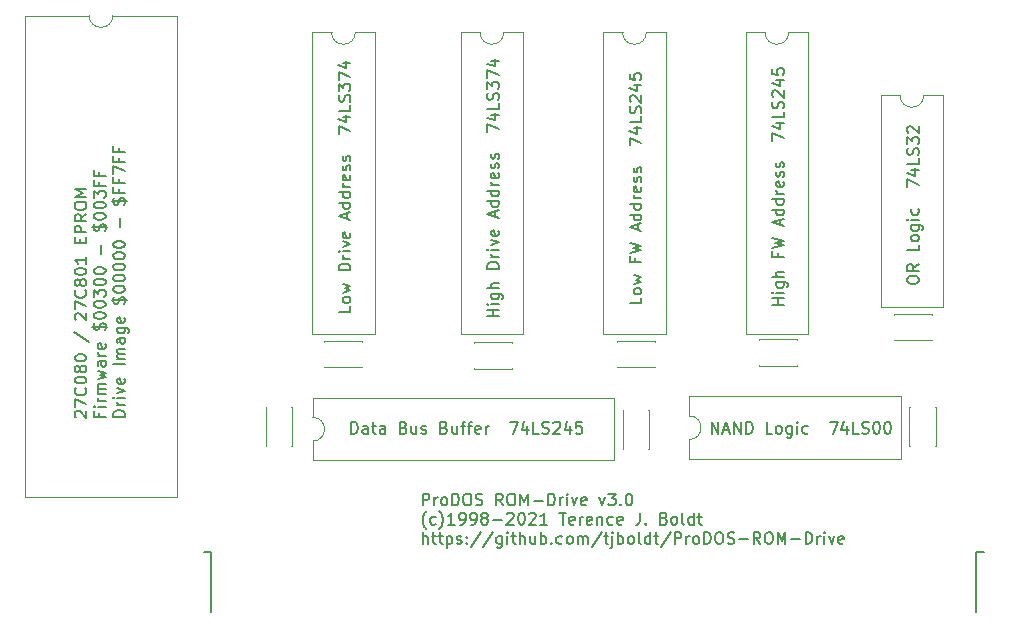
<source format=gbr>
G04 #@! TF.GenerationSoftware,KiCad,Pcbnew,(5.1.10-1-10_14)*
G04 #@! TF.CreationDate,2021-12-08T22:24:40-05:00*
G04 #@! TF.ProjectId,ProDOS ROM-Drive 3.0,50726f44-4f53-4205-924f-4d2d44726976,3.0*
G04 #@! TF.SameCoordinates,Original*
G04 #@! TF.FileFunction,Legend,Top*
G04 #@! TF.FilePolarity,Positive*
%FSLAX46Y46*%
G04 Gerber Fmt 4.6, Leading zero omitted, Abs format (unit mm)*
G04 Created by KiCad (PCBNEW (5.1.10-1-10_14)) date 2021-12-08 22:24:40*
%MOMM*%
%LPD*%
G01*
G04 APERTURE LIST*
%ADD10C,0.149860*%
%ADD11C,0.120000*%
%ADD12C,0.150000*%
G04 APERTURE END LIST*
D10*
X71732666Y-65182568D02*
X71732666Y-64191968D01*
X72110037Y-64191968D01*
X72204380Y-64239140D01*
X72251551Y-64286311D01*
X72298723Y-64380654D01*
X72298723Y-64522168D01*
X72251551Y-64616511D01*
X72204380Y-64663682D01*
X72110037Y-64710854D01*
X71732666Y-64710854D01*
X72723266Y-65182568D02*
X72723266Y-64522168D01*
X72723266Y-64710854D02*
X72770437Y-64616511D01*
X72817609Y-64569340D01*
X72911951Y-64522168D01*
X73006294Y-64522168D01*
X73478009Y-65182568D02*
X73383666Y-65135397D01*
X73336494Y-65088225D01*
X73289323Y-64993882D01*
X73289323Y-64710854D01*
X73336494Y-64616511D01*
X73383666Y-64569340D01*
X73478009Y-64522168D01*
X73619523Y-64522168D01*
X73713866Y-64569340D01*
X73761037Y-64616511D01*
X73808209Y-64710854D01*
X73808209Y-64993882D01*
X73761037Y-65088225D01*
X73713866Y-65135397D01*
X73619523Y-65182568D01*
X73478009Y-65182568D01*
X74232751Y-65182568D02*
X74232751Y-64191968D01*
X74468609Y-64191968D01*
X74610123Y-64239140D01*
X74704466Y-64333482D01*
X74751637Y-64427825D01*
X74798809Y-64616511D01*
X74798809Y-64758025D01*
X74751637Y-64946711D01*
X74704466Y-65041054D01*
X74610123Y-65135397D01*
X74468609Y-65182568D01*
X74232751Y-65182568D01*
X75412037Y-64191968D02*
X75600723Y-64191968D01*
X75695066Y-64239140D01*
X75789409Y-64333482D01*
X75836580Y-64522168D01*
X75836580Y-64852368D01*
X75789409Y-65041054D01*
X75695066Y-65135397D01*
X75600723Y-65182568D01*
X75412037Y-65182568D01*
X75317694Y-65135397D01*
X75223351Y-65041054D01*
X75176180Y-64852368D01*
X75176180Y-64522168D01*
X75223351Y-64333482D01*
X75317694Y-64239140D01*
X75412037Y-64191968D01*
X76213951Y-65135397D02*
X76355466Y-65182568D01*
X76591323Y-65182568D01*
X76685666Y-65135397D01*
X76732837Y-65088225D01*
X76780009Y-64993882D01*
X76780009Y-64899540D01*
X76732837Y-64805197D01*
X76685666Y-64758025D01*
X76591323Y-64710854D01*
X76402637Y-64663682D01*
X76308294Y-64616511D01*
X76261123Y-64569340D01*
X76213951Y-64474997D01*
X76213951Y-64380654D01*
X76261123Y-64286311D01*
X76308294Y-64239140D01*
X76402637Y-64191968D01*
X76638494Y-64191968D01*
X76780009Y-64239140D01*
X78525351Y-65182568D02*
X78195151Y-64710854D01*
X77959294Y-65182568D02*
X77959294Y-64191968D01*
X78336666Y-64191968D01*
X78431009Y-64239140D01*
X78478180Y-64286311D01*
X78525351Y-64380654D01*
X78525351Y-64522168D01*
X78478180Y-64616511D01*
X78431009Y-64663682D01*
X78336666Y-64710854D01*
X77959294Y-64710854D01*
X79138580Y-64191968D02*
X79327266Y-64191968D01*
X79421609Y-64239140D01*
X79515951Y-64333482D01*
X79563123Y-64522168D01*
X79563123Y-64852368D01*
X79515951Y-65041054D01*
X79421609Y-65135397D01*
X79327266Y-65182568D01*
X79138580Y-65182568D01*
X79044237Y-65135397D01*
X78949894Y-65041054D01*
X78902723Y-64852368D01*
X78902723Y-64522168D01*
X78949894Y-64333482D01*
X79044237Y-64239140D01*
X79138580Y-64191968D01*
X79987666Y-65182568D02*
X79987666Y-64191968D01*
X80317866Y-64899540D01*
X80648066Y-64191968D01*
X80648066Y-65182568D01*
X81119780Y-64805197D02*
X81874523Y-64805197D01*
X82346237Y-65182568D02*
X82346237Y-64191968D01*
X82582094Y-64191968D01*
X82723609Y-64239140D01*
X82817951Y-64333482D01*
X82865123Y-64427825D01*
X82912294Y-64616511D01*
X82912294Y-64758025D01*
X82865123Y-64946711D01*
X82817951Y-65041054D01*
X82723609Y-65135397D01*
X82582094Y-65182568D01*
X82346237Y-65182568D01*
X83336837Y-65182568D02*
X83336837Y-64522168D01*
X83336837Y-64710854D02*
X83384009Y-64616511D01*
X83431180Y-64569340D01*
X83525523Y-64522168D01*
X83619866Y-64522168D01*
X83950066Y-65182568D02*
X83950066Y-64522168D01*
X83950066Y-64191968D02*
X83902894Y-64239140D01*
X83950066Y-64286311D01*
X83997237Y-64239140D01*
X83950066Y-64191968D01*
X83950066Y-64286311D01*
X84327437Y-64522168D02*
X84563294Y-65182568D01*
X84799151Y-64522168D01*
X85553894Y-65135397D02*
X85459551Y-65182568D01*
X85270866Y-65182568D01*
X85176523Y-65135397D01*
X85129351Y-65041054D01*
X85129351Y-64663682D01*
X85176523Y-64569340D01*
X85270866Y-64522168D01*
X85459551Y-64522168D01*
X85553894Y-64569340D01*
X85601066Y-64663682D01*
X85601066Y-64758025D01*
X85129351Y-64852368D01*
X86686009Y-64522168D02*
X86921866Y-65182568D01*
X87157723Y-64522168D01*
X87440751Y-64191968D02*
X88053980Y-64191968D01*
X87723780Y-64569340D01*
X87865294Y-64569340D01*
X87959637Y-64616511D01*
X88006809Y-64663682D01*
X88053980Y-64758025D01*
X88053980Y-64993882D01*
X88006809Y-65088225D01*
X87959637Y-65135397D01*
X87865294Y-65182568D01*
X87582266Y-65182568D01*
X87487923Y-65135397D01*
X87440751Y-65088225D01*
X88478523Y-65088225D02*
X88525694Y-65135397D01*
X88478523Y-65182568D01*
X88431351Y-65135397D01*
X88478523Y-65088225D01*
X88478523Y-65182568D01*
X89138923Y-64191968D02*
X89233266Y-64191968D01*
X89327609Y-64239140D01*
X89374780Y-64286311D01*
X89421951Y-64380654D01*
X89469123Y-64569340D01*
X89469123Y-64805197D01*
X89421951Y-64993882D01*
X89374780Y-65088225D01*
X89327609Y-65135397D01*
X89233266Y-65182568D01*
X89138923Y-65182568D01*
X89044580Y-65135397D01*
X88997409Y-65088225D01*
X88950237Y-64993882D01*
X88903066Y-64805197D01*
X88903066Y-64569340D01*
X88950237Y-64380654D01*
X88997409Y-64286311D01*
X89044580Y-64239140D01*
X89138923Y-64191968D01*
X72015694Y-67195700D02*
X71968523Y-67148528D01*
X71874180Y-67007014D01*
X71827009Y-66912671D01*
X71779837Y-66771157D01*
X71732666Y-66535300D01*
X71732666Y-66346614D01*
X71779837Y-66110757D01*
X71827009Y-65969242D01*
X71874180Y-65874900D01*
X71968523Y-65733385D01*
X72015694Y-65686214D01*
X72817609Y-66771157D02*
X72723266Y-66818328D01*
X72534580Y-66818328D01*
X72440237Y-66771157D01*
X72393066Y-66723985D01*
X72345894Y-66629642D01*
X72345894Y-66346614D01*
X72393066Y-66252271D01*
X72440237Y-66205100D01*
X72534580Y-66157928D01*
X72723266Y-66157928D01*
X72817609Y-66205100D01*
X73147809Y-67195700D02*
X73194980Y-67148528D01*
X73289323Y-67007014D01*
X73336494Y-66912671D01*
X73383666Y-66771157D01*
X73430837Y-66535300D01*
X73430837Y-66346614D01*
X73383666Y-66110757D01*
X73336494Y-65969242D01*
X73289323Y-65874900D01*
X73194980Y-65733385D01*
X73147809Y-65686214D01*
X74421437Y-66818328D02*
X73855380Y-66818328D01*
X74138409Y-66818328D02*
X74138409Y-65827728D01*
X74044066Y-65969242D01*
X73949723Y-66063585D01*
X73855380Y-66110757D01*
X74893151Y-66818328D02*
X75081837Y-66818328D01*
X75176180Y-66771157D01*
X75223351Y-66723985D01*
X75317694Y-66582471D01*
X75364866Y-66393785D01*
X75364866Y-66016414D01*
X75317694Y-65922071D01*
X75270523Y-65874900D01*
X75176180Y-65827728D01*
X74987494Y-65827728D01*
X74893151Y-65874900D01*
X74845980Y-65922071D01*
X74798809Y-66016414D01*
X74798809Y-66252271D01*
X74845980Y-66346614D01*
X74893151Y-66393785D01*
X74987494Y-66440957D01*
X75176180Y-66440957D01*
X75270523Y-66393785D01*
X75317694Y-66346614D01*
X75364866Y-66252271D01*
X75836580Y-66818328D02*
X76025266Y-66818328D01*
X76119609Y-66771157D01*
X76166780Y-66723985D01*
X76261123Y-66582471D01*
X76308294Y-66393785D01*
X76308294Y-66016414D01*
X76261123Y-65922071D01*
X76213951Y-65874900D01*
X76119609Y-65827728D01*
X75930923Y-65827728D01*
X75836580Y-65874900D01*
X75789409Y-65922071D01*
X75742237Y-66016414D01*
X75742237Y-66252271D01*
X75789409Y-66346614D01*
X75836580Y-66393785D01*
X75930923Y-66440957D01*
X76119609Y-66440957D01*
X76213951Y-66393785D01*
X76261123Y-66346614D01*
X76308294Y-66252271D01*
X76874351Y-66252271D02*
X76780009Y-66205100D01*
X76732837Y-66157928D01*
X76685666Y-66063585D01*
X76685666Y-66016414D01*
X76732837Y-65922071D01*
X76780009Y-65874900D01*
X76874351Y-65827728D01*
X77063037Y-65827728D01*
X77157380Y-65874900D01*
X77204551Y-65922071D01*
X77251723Y-66016414D01*
X77251723Y-66063585D01*
X77204551Y-66157928D01*
X77157380Y-66205100D01*
X77063037Y-66252271D01*
X76874351Y-66252271D01*
X76780009Y-66299442D01*
X76732837Y-66346614D01*
X76685666Y-66440957D01*
X76685666Y-66629642D01*
X76732837Y-66723985D01*
X76780009Y-66771157D01*
X76874351Y-66818328D01*
X77063037Y-66818328D01*
X77157380Y-66771157D01*
X77204551Y-66723985D01*
X77251723Y-66629642D01*
X77251723Y-66440957D01*
X77204551Y-66346614D01*
X77157380Y-66299442D01*
X77063037Y-66252271D01*
X77676266Y-66440957D02*
X78431009Y-66440957D01*
X78855551Y-65922071D02*
X78902723Y-65874900D01*
X78997066Y-65827728D01*
X79232923Y-65827728D01*
X79327266Y-65874900D01*
X79374437Y-65922071D01*
X79421609Y-66016414D01*
X79421609Y-66110757D01*
X79374437Y-66252271D01*
X78808380Y-66818328D01*
X79421609Y-66818328D01*
X80034837Y-65827728D02*
X80129180Y-65827728D01*
X80223523Y-65874900D01*
X80270694Y-65922071D01*
X80317866Y-66016414D01*
X80365037Y-66205100D01*
X80365037Y-66440957D01*
X80317866Y-66629642D01*
X80270694Y-66723985D01*
X80223523Y-66771157D01*
X80129180Y-66818328D01*
X80034837Y-66818328D01*
X79940494Y-66771157D01*
X79893323Y-66723985D01*
X79846151Y-66629642D01*
X79798980Y-66440957D01*
X79798980Y-66205100D01*
X79846151Y-66016414D01*
X79893323Y-65922071D01*
X79940494Y-65874900D01*
X80034837Y-65827728D01*
X80742409Y-65922071D02*
X80789580Y-65874900D01*
X80883923Y-65827728D01*
X81119780Y-65827728D01*
X81214123Y-65874900D01*
X81261294Y-65922071D01*
X81308466Y-66016414D01*
X81308466Y-66110757D01*
X81261294Y-66252271D01*
X80695237Y-66818328D01*
X81308466Y-66818328D01*
X82251894Y-66818328D02*
X81685837Y-66818328D01*
X81968866Y-66818328D02*
X81968866Y-65827728D01*
X81874523Y-65969242D01*
X81780180Y-66063585D01*
X81685837Y-66110757D01*
X83289666Y-65827728D02*
X83855723Y-65827728D01*
X83572694Y-66818328D02*
X83572694Y-65827728D01*
X84563294Y-66771157D02*
X84468951Y-66818328D01*
X84280266Y-66818328D01*
X84185923Y-66771157D01*
X84138751Y-66676814D01*
X84138751Y-66299442D01*
X84185923Y-66205100D01*
X84280266Y-66157928D01*
X84468951Y-66157928D01*
X84563294Y-66205100D01*
X84610466Y-66299442D01*
X84610466Y-66393785D01*
X84138751Y-66488128D01*
X85035009Y-66818328D02*
X85035009Y-66157928D01*
X85035009Y-66346614D02*
X85082180Y-66252271D01*
X85129351Y-66205100D01*
X85223694Y-66157928D01*
X85318037Y-66157928D01*
X86025609Y-66771157D02*
X85931266Y-66818328D01*
X85742580Y-66818328D01*
X85648237Y-66771157D01*
X85601066Y-66676814D01*
X85601066Y-66299442D01*
X85648237Y-66205100D01*
X85742580Y-66157928D01*
X85931266Y-66157928D01*
X86025609Y-66205100D01*
X86072780Y-66299442D01*
X86072780Y-66393785D01*
X85601066Y-66488128D01*
X86497323Y-66157928D02*
X86497323Y-66818328D01*
X86497323Y-66252271D02*
X86544494Y-66205100D01*
X86638837Y-66157928D01*
X86780351Y-66157928D01*
X86874694Y-66205100D01*
X86921866Y-66299442D01*
X86921866Y-66818328D01*
X87818123Y-66771157D02*
X87723780Y-66818328D01*
X87535094Y-66818328D01*
X87440751Y-66771157D01*
X87393580Y-66723985D01*
X87346409Y-66629642D01*
X87346409Y-66346614D01*
X87393580Y-66252271D01*
X87440751Y-66205100D01*
X87535094Y-66157928D01*
X87723780Y-66157928D01*
X87818123Y-66205100D01*
X88620037Y-66771157D02*
X88525694Y-66818328D01*
X88337009Y-66818328D01*
X88242666Y-66771157D01*
X88195494Y-66676814D01*
X88195494Y-66299442D01*
X88242666Y-66205100D01*
X88337009Y-66157928D01*
X88525694Y-66157928D01*
X88620037Y-66205100D01*
X88667209Y-66299442D01*
X88667209Y-66393785D01*
X88195494Y-66488128D01*
X90129523Y-65827728D02*
X90129523Y-66535300D01*
X90082351Y-66676814D01*
X89988009Y-66771157D01*
X89846494Y-66818328D01*
X89752151Y-66818328D01*
X90601237Y-66723985D02*
X90648409Y-66771157D01*
X90601237Y-66818328D01*
X90554066Y-66771157D01*
X90601237Y-66723985D01*
X90601237Y-66818328D01*
X92157894Y-66299442D02*
X92299409Y-66346614D01*
X92346580Y-66393785D01*
X92393751Y-66488128D01*
X92393751Y-66629642D01*
X92346580Y-66723985D01*
X92299409Y-66771157D01*
X92205066Y-66818328D01*
X91827694Y-66818328D01*
X91827694Y-65827728D01*
X92157894Y-65827728D01*
X92252237Y-65874900D01*
X92299409Y-65922071D01*
X92346580Y-66016414D01*
X92346580Y-66110757D01*
X92299409Y-66205100D01*
X92252237Y-66252271D01*
X92157894Y-66299442D01*
X91827694Y-66299442D01*
X92959809Y-66818328D02*
X92865466Y-66771157D01*
X92818294Y-66723985D01*
X92771123Y-66629642D01*
X92771123Y-66346614D01*
X92818294Y-66252271D01*
X92865466Y-66205100D01*
X92959809Y-66157928D01*
X93101323Y-66157928D01*
X93195666Y-66205100D01*
X93242837Y-66252271D01*
X93290009Y-66346614D01*
X93290009Y-66629642D01*
X93242837Y-66723985D01*
X93195666Y-66771157D01*
X93101323Y-66818328D01*
X92959809Y-66818328D01*
X93856066Y-66818328D02*
X93761723Y-66771157D01*
X93714551Y-66676814D01*
X93714551Y-65827728D01*
X94657980Y-66818328D02*
X94657980Y-65827728D01*
X94657980Y-66771157D02*
X94563637Y-66818328D01*
X94374951Y-66818328D01*
X94280609Y-66771157D01*
X94233437Y-66723985D01*
X94186266Y-66629642D01*
X94186266Y-66346614D01*
X94233437Y-66252271D01*
X94280609Y-66205100D01*
X94374951Y-66157928D01*
X94563637Y-66157928D01*
X94657980Y-66205100D01*
X94988180Y-66157928D02*
X95365551Y-66157928D01*
X95129694Y-65827728D02*
X95129694Y-66676814D01*
X95176866Y-66771157D01*
X95271209Y-66818328D01*
X95365551Y-66818328D01*
X71732666Y-68454088D02*
X71732666Y-67463488D01*
X72157209Y-68454088D02*
X72157209Y-67935202D01*
X72110037Y-67840860D01*
X72015694Y-67793688D01*
X71874180Y-67793688D01*
X71779837Y-67840860D01*
X71732666Y-67888031D01*
X72487409Y-67793688D02*
X72864780Y-67793688D01*
X72628923Y-67463488D02*
X72628923Y-68312574D01*
X72676094Y-68406917D01*
X72770437Y-68454088D01*
X72864780Y-68454088D01*
X73053466Y-67793688D02*
X73430837Y-67793688D01*
X73194980Y-67463488D02*
X73194980Y-68312574D01*
X73242151Y-68406917D01*
X73336494Y-68454088D01*
X73430837Y-68454088D01*
X73761037Y-67793688D02*
X73761037Y-68784288D01*
X73761037Y-67840860D02*
X73855380Y-67793688D01*
X74044066Y-67793688D01*
X74138409Y-67840860D01*
X74185580Y-67888031D01*
X74232751Y-67982374D01*
X74232751Y-68265402D01*
X74185580Y-68359745D01*
X74138409Y-68406917D01*
X74044066Y-68454088D01*
X73855380Y-68454088D01*
X73761037Y-68406917D01*
X74610123Y-68406917D02*
X74704466Y-68454088D01*
X74893151Y-68454088D01*
X74987494Y-68406917D01*
X75034666Y-68312574D01*
X75034666Y-68265402D01*
X74987494Y-68171060D01*
X74893151Y-68123888D01*
X74751637Y-68123888D01*
X74657294Y-68076717D01*
X74610123Y-67982374D01*
X74610123Y-67935202D01*
X74657294Y-67840860D01*
X74751637Y-67793688D01*
X74893151Y-67793688D01*
X74987494Y-67840860D01*
X75459209Y-68359745D02*
X75506380Y-68406917D01*
X75459209Y-68454088D01*
X75412037Y-68406917D01*
X75459209Y-68359745D01*
X75459209Y-68454088D01*
X75459209Y-67840860D02*
X75506380Y-67888031D01*
X75459209Y-67935202D01*
X75412037Y-67888031D01*
X75459209Y-67840860D01*
X75459209Y-67935202D01*
X76638494Y-67416317D02*
X75789409Y-68689945D01*
X77676266Y-67416317D02*
X76827180Y-68689945D01*
X78431009Y-67793688D02*
X78431009Y-68595602D01*
X78383837Y-68689945D01*
X78336666Y-68737117D01*
X78242323Y-68784288D01*
X78100809Y-68784288D01*
X78006466Y-68737117D01*
X78431009Y-68406917D02*
X78336666Y-68454088D01*
X78147980Y-68454088D01*
X78053637Y-68406917D01*
X78006466Y-68359745D01*
X77959294Y-68265402D01*
X77959294Y-67982374D01*
X78006466Y-67888031D01*
X78053637Y-67840860D01*
X78147980Y-67793688D01*
X78336666Y-67793688D01*
X78431009Y-67840860D01*
X78902723Y-68454088D02*
X78902723Y-67793688D01*
X78902723Y-67463488D02*
X78855551Y-67510660D01*
X78902723Y-67557831D01*
X78949894Y-67510660D01*
X78902723Y-67463488D01*
X78902723Y-67557831D01*
X79232923Y-67793688D02*
X79610294Y-67793688D01*
X79374437Y-67463488D02*
X79374437Y-68312574D01*
X79421609Y-68406917D01*
X79515951Y-68454088D01*
X79610294Y-68454088D01*
X79940494Y-68454088D02*
X79940494Y-67463488D01*
X80365037Y-68454088D02*
X80365037Y-67935202D01*
X80317866Y-67840860D01*
X80223523Y-67793688D01*
X80082009Y-67793688D01*
X79987666Y-67840860D01*
X79940494Y-67888031D01*
X81261294Y-67793688D02*
X81261294Y-68454088D01*
X80836751Y-67793688D02*
X80836751Y-68312574D01*
X80883923Y-68406917D01*
X80978266Y-68454088D01*
X81119780Y-68454088D01*
X81214123Y-68406917D01*
X81261294Y-68359745D01*
X81733009Y-68454088D02*
X81733009Y-67463488D01*
X81733009Y-67840860D02*
X81827351Y-67793688D01*
X82016037Y-67793688D01*
X82110380Y-67840860D01*
X82157551Y-67888031D01*
X82204723Y-67982374D01*
X82204723Y-68265402D01*
X82157551Y-68359745D01*
X82110380Y-68406917D01*
X82016037Y-68454088D01*
X81827351Y-68454088D01*
X81733009Y-68406917D01*
X82629266Y-68359745D02*
X82676437Y-68406917D01*
X82629266Y-68454088D01*
X82582094Y-68406917D01*
X82629266Y-68359745D01*
X82629266Y-68454088D01*
X83525523Y-68406917D02*
X83431180Y-68454088D01*
X83242494Y-68454088D01*
X83148151Y-68406917D01*
X83100980Y-68359745D01*
X83053809Y-68265402D01*
X83053809Y-67982374D01*
X83100980Y-67888031D01*
X83148151Y-67840860D01*
X83242494Y-67793688D01*
X83431180Y-67793688D01*
X83525523Y-67840860D01*
X84091580Y-68454088D02*
X83997237Y-68406917D01*
X83950066Y-68359745D01*
X83902894Y-68265402D01*
X83902894Y-67982374D01*
X83950066Y-67888031D01*
X83997237Y-67840860D01*
X84091580Y-67793688D01*
X84233094Y-67793688D01*
X84327437Y-67840860D01*
X84374609Y-67888031D01*
X84421780Y-67982374D01*
X84421780Y-68265402D01*
X84374609Y-68359745D01*
X84327437Y-68406917D01*
X84233094Y-68454088D01*
X84091580Y-68454088D01*
X84846323Y-68454088D02*
X84846323Y-67793688D01*
X84846323Y-67888031D02*
X84893494Y-67840860D01*
X84987837Y-67793688D01*
X85129351Y-67793688D01*
X85223694Y-67840860D01*
X85270866Y-67935202D01*
X85270866Y-68454088D01*
X85270866Y-67935202D02*
X85318037Y-67840860D01*
X85412380Y-67793688D01*
X85553894Y-67793688D01*
X85648237Y-67840860D01*
X85695409Y-67935202D01*
X85695409Y-68454088D01*
X86874694Y-67416317D02*
X86025609Y-68689945D01*
X87063380Y-67793688D02*
X87440751Y-67793688D01*
X87204894Y-67463488D02*
X87204894Y-68312574D01*
X87252066Y-68406917D01*
X87346409Y-68454088D01*
X87440751Y-68454088D01*
X87770951Y-67793688D02*
X87770951Y-68642774D01*
X87723780Y-68737117D01*
X87629437Y-68784288D01*
X87582266Y-68784288D01*
X87770951Y-67463488D02*
X87723780Y-67510660D01*
X87770951Y-67557831D01*
X87818123Y-67510660D01*
X87770951Y-67463488D01*
X87770951Y-67557831D01*
X88242666Y-68454088D02*
X88242666Y-67463488D01*
X88242666Y-67840860D02*
X88337009Y-67793688D01*
X88525694Y-67793688D01*
X88620037Y-67840860D01*
X88667209Y-67888031D01*
X88714380Y-67982374D01*
X88714380Y-68265402D01*
X88667209Y-68359745D01*
X88620037Y-68406917D01*
X88525694Y-68454088D01*
X88337009Y-68454088D01*
X88242666Y-68406917D01*
X89280437Y-68454088D02*
X89186094Y-68406917D01*
X89138923Y-68359745D01*
X89091751Y-68265402D01*
X89091751Y-67982374D01*
X89138923Y-67888031D01*
X89186094Y-67840860D01*
X89280437Y-67793688D01*
X89421951Y-67793688D01*
X89516294Y-67840860D01*
X89563466Y-67888031D01*
X89610637Y-67982374D01*
X89610637Y-68265402D01*
X89563466Y-68359745D01*
X89516294Y-68406917D01*
X89421951Y-68454088D01*
X89280437Y-68454088D01*
X90176694Y-68454088D02*
X90082351Y-68406917D01*
X90035180Y-68312574D01*
X90035180Y-67463488D01*
X90978609Y-68454088D02*
X90978609Y-67463488D01*
X90978609Y-68406917D02*
X90884266Y-68454088D01*
X90695580Y-68454088D01*
X90601237Y-68406917D01*
X90554066Y-68359745D01*
X90506894Y-68265402D01*
X90506894Y-67982374D01*
X90554066Y-67888031D01*
X90601237Y-67840860D01*
X90695580Y-67793688D01*
X90884266Y-67793688D01*
X90978609Y-67840860D01*
X91308809Y-67793688D02*
X91686180Y-67793688D01*
X91450323Y-67463488D02*
X91450323Y-68312574D01*
X91497494Y-68406917D01*
X91591837Y-68454088D01*
X91686180Y-68454088D01*
X92723951Y-67416317D02*
X91874866Y-68689945D01*
X93054151Y-68454088D02*
X93054151Y-67463488D01*
X93431523Y-67463488D01*
X93525866Y-67510660D01*
X93573037Y-67557831D01*
X93620209Y-67652174D01*
X93620209Y-67793688D01*
X93573037Y-67888031D01*
X93525866Y-67935202D01*
X93431523Y-67982374D01*
X93054151Y-67982374D01*
X94044751Y-68454088D02*
X94044751Y-67793688D01*
X94044751Y-67982374D02*
X94091923Y-67888031D01*
X94139094Y-67840860D01*
X94233437Y-67793688D01*
X94327780Y-67793688D01*
X94799494Y-68454088D02*
X94705151Y-68406917D01*
X94657980Y-68359745D01*
X94610808Y-68265402D01*
X94610808Y-67982374D01*
X94657980Y-67888031D01*
X94705151Y-67840860D01*
X94799494Y-67793688D01*
X94941008Y-67793688D01*
X95035351Y-67840860D01*
X95082523Y-67888031D01*
X95129694Y-67982374D01*
X95129694Y-68265402D01*
X95082523Y-68359745D01*
X95035351Y-68406917D01*
X94941008Y-68454088D01*
X94799494Y-68454088D01*
X95554237Y-68454088D02*
X95554237Y-67463488D01*
X95790094Y-67463488D01*
X95931608Y-67510660D01*
X96025951Y-67605002D01*
X96073123Y-67699345D01*
X96120294Y-67888031D01*
X96120294Y-68029545D01*
X96073123Y-68218231D01*
X96025951Y-68312574D01*
X95931608Y-68406917D01*
X95790094Y-68454088D01*
X95554237Y-68454088D01*
X96733523Y-67463488D02*
X96922208Y-67463488D01*
X97016551Y-67510660D01*
X97110894Y-67605002D01*
X97158066Y-67793688D01*
X97158066Y-68123888D01*
X97110894Y-68312574D01*
X97016551Y-68406917D01*
X96922208Y-68454088D01*
X96733523Y-68454088D01*
X96639180Y-68406917D01*
X96544837Y-68312574D01*
X96497666Y-68123888D01*
X96497666Y-67793688D01*
X96544837Y-67605002D01*
X96639180Y-67510660D01*
X96733523Y-67463488D01*
X97535437Y-68406917D02*
X97676951Y-68454088D01*
X97912808Y-68454088D01*
X98007151Y-68406917D01*
X98054323Y-68359745D01*
X98101494Y-68265402D01*
X98101494Y-68171060D01*
X98054323Y-68076717D01*
X98007151Y-68029545D01*
X97912808Y-67982374D01*
X97724123Y-67935202D01*
X97629780Y-67888031D01*
X97582608Y-67840860D01*
X97535437Y-67746517D01*
X97535437Y-67652174D01*
X97582608Y-67557831D01*
X97629780Y-67510660D01*
X97724123Y-67463488D01*
X97959980Y-67463488D01*
X98101494Y-67510660D01*
X98526037Y-68076717D02*
X99280780Y-68076717D01*
X100318551Y-68454088D02*
X99988351Y-67982374D01*
X99752494Y-68454088D02*
X99752494Y-67463488D01*
X100129866Y-67463488D01*
X100224208Y-67510660D01*
X100271380Y-67557831D01*
X100318551Y-67652174D01*
X100318551Y-67793688D01*
X100271380Y-67888031D01*
X100224208Y-67935202D01*
X100129866Y-67982374D01*
X99752494Y-67982374D01*
X100931780Y-67463488D02*
X101120466Y-67463488D01*
X101214808Y-67510660D01*
X101309151Y-67605002D01*
X101356323Y-67793688D01*
X101356323Y-68123888D01*
X101309151Y-68312574D01*
X101214808Y-68406917D01*
X101120466Y-68454088D01*
X100931780Y-68454088D01*
X100837437Y-68406917D01*
X100743094Y-68312574D01*
X100695923Y-68123888D01*
X100695923Y-67793688D01*
X100743094Y-67605002D01*
X100837437Y-67510660D01*
X100931780Y-67463488D01*
X101780866Y-68454088D02*
X101780866Y-67463488D01*
X102111066Y-68171060D01*
X102441266Y-67463488D01*
X102441266Y-68454088D01*
X102912980Y-68076717D02*
X103667723Y-68076717D01*
X104139437Y-68454088D02*
X104139437Y-67463488D01*
X104375294Y-67463488D01*
X104516808Y-67510660D01*
X104611151Y-67605002D01*
X104658323Y-67699345D01*
X104705494Y-67888031D01*
X104705494Y-68029545D01*
X104658323Y-68218231D01*
X104611151Y-68312574D01*
X104516808Y-68406917D01*
X104375294Y-68454088D01*
X104139437Y-68454088D01*
X105130037Y-68454088D02*
X105130037Y-67793688D01*
X105130037Y-67982374D02*
X105177209Y-67888031D01*
X105224380Y-67840860D01*
X105318723Y-67793688D01*
X105413066Y-67793688D01*
X105743266Y-68454088D02*
X105743266Y-67793688D01*
X105743266Y-67463488D02*
X105696094Y-67510660D01*
X105743266Y-67557831D01*
X105790437Y-67510660D01*
X105743266Y-67463488D01*
X105743266Y-67557831D01*
X106120637Y-67793688D02*
X106356494Y-68454088D01*
X106592351Y-67793688D01*
X107347094Y-68406917D02*
X107252751Y-68454088D01*
X107064066Y-68454088D01*
X106969723Y-68406917D01*
X106922551Y-68312574D01*
X106922551Y-67935202D01*
X106969723Y-67840860D01*
X107064066Y-67793688D01*
X107252751Y-67793688D01*
X107347094Y-67840860D01*
X107394266Y-67935202D01*
X107394266Y-68029545D01*
X106922551Y-68123888D01*
X42348331Y-57742745D02*
X42301160Y-57695573D01*
X42253988Y-57601231D01*
X42253988Y-57365373D01*
X42301160Y-57271031D01*
X42348331Y-57223859D01*
X42442674Y-57176688D01*
X42537017Y-57176688D01*
X42678531Y-57223859D01*
X43244588Y-57789916D01*
X43244588Y-57176688D01*
X42253988Y-56846488D02*
X42253988Y-56186088D01*
X43244588Y-56610631D01*
X43150245Y-55242659D02*
X43197417Y-55289831D01*
X43244588Y-55431345D01*
X43244588Y-55525688D01*
X43197417Y-55667202D01*
X43103074Y-55761545D01*
X43008731Y-55808716D01*
X42820045Y-55855888D01*
X42678531Y-55855888D01*
X42489845Y-55808716D01*
X42395502Y-55761545D01*
X42301160Y-55667202D01*
X42253988Y-55525688D01*
X42253988Y-55431345D01*
X42301160Y-55289831D01*
X42348331Y-55242659D01*
X42253988Y-54629431D02*
X42253988Y-54535088D01*
X42301160Y-54440745D01*
X42348331Y-54393573D01*
X42442674Y-54346402D01*
X42631360Y-54299231D01*
X42867217Y-54299231D01*
X43055902Y-54346402D01*
X43150245Y-54393573D01*
X43197417Y-54440745D01*
X43244588Y-54535088D01*
X43244588Y-54629431D01*
X43197417Y-54723773D01*
X43150245Y-54770945D01*
X43055902Y-54818116D01*
X42867217Y-54865288D01*
X42631360Y-54865288D01*
X42442674Y-54818116D01*
X42348331Y-54770945D01*
X42301160Y-54723773D01*
X42253988Y-54629431D01*
X42678531Y-53733173D02*
X42631360Y-53827516D01*
X42584188Y-53874688D01*
X42489845Y-53921859D01*
X42442674Y-53921859D01*
X42348331Y-53874688D01*
X42301160Y-53827516D01*
X42253988Y-53733173D01*
X42253988Y-53544488D01*
X42301160Y-53450145D01*
X42348331Y-53402973D01*
X42442674Y-53355802D01*
X42489845Y-53355802D01*
X42584188Y-53402973D01*
X42631360Y-53450145D01*
X42678531Y-53544488D01*
X42678531Y-53733173D01*
X42725702Y-53827516D01*
X42772874Y-53874688D01*
X42867217Y-53921859D01*
X43055902Y-53921859D01*
X43150245Y-53874688D01*
X43197417Y-53827516D01*
X43244588Y-53733173D01*
X43244588Y-53544488D01*
X43197417Y-53450145D01*
X43150245Y-53402973D01*
X43055902Y-53355802D01*
X42867217Y-53355802D01*
X42772874Y-53402973D01*
X42725702Y-53450145D01*
X42678531Y-53544488D01*
X42253988Y-52742573D02*
X42253988Y-52648231D01*
X42301160Y-52553888D01*
X42348331Y-52506716D01*
X42442674Y-52459545D01*
X42631360Y-52412373D01*
X42867217Y-52412373D01*
X43055902Y-52459545D01*
X43150245Y-52506716D01*
X43197417Y-52553888D01*
X43244588Y-52648231D01*
X43244588Y-52742573D01*
X43197417Y-52836916D01*
X43150245Y-52884088D01*
X43055902Y-52931259D01*
X42867217Y-52978431D01*
X42631360Y-52978431D01*
X42442674Y-52931259D01*
X42348331Y-52884088D01*
X42301160Y-52836916D01*
X42253988Y-52742573D01*
X42206817Y-50525516D02*
X43480445Y-51374602D01*
X42348331Y-49487745D02*
X42301160Y-49440573D01*
X42253988Y-49346231D01*
X42253988Y-49110373D01*
X42301160Y-49016031D01*
X42348331Y-48968859D01*
X42442674Y-48921688D01*
X42537017Y-48921688D01*
X42678531Y-48968859D01*
X43244588Y-49534916D01*
X43244588Y-48921688D01*
X42253988Y-48591488D02*
X42253988Y-47931088D01*
X43244588Y-48355631D01*
X43150245Y-46987659D02*
X43197417Y-47034831D01*
X43244588Y-47176345D01*
X43244588Y-47270688D01*
X43197417Y-47412202D01*
X43103074Y-47506545D01*
X43008731Y-47553716D01*
X42820045Y-47600888D01*
X42678531Y-47600888D01*
X42489845Y-47553716D01*
X42395502Y-47506545D01*
X42301160Y-47412202D01*
X42253988Y-47270688D01*
X42253988Y-47176345D01*
X42301160Y-47034831D01*
X42348331Y-46987659D01*
X42678531Y-46421602D02*
X42631360Y-46515945D01*
X42584188Y-46563116D01*
X42489845Y-46610288D01*
X42442674Y-46610288D01*
X42348331Y-46563116D01*
X42301160Y-46515945D01*
X42253988Y-46421602D01*
X42253988Y-46232916D01*
X42301160Y-46138573D01*
X42348331Y-46091402D01*
X42442674Y-46044231D01*
X42489845Y-46044231D01*
X42584188Y-46091402D01*
X42631360Y-46138573D01*
X42678531Y-46232916D01*
X42678531Y-46421602D01*
X42725702Y-46515945D01*
X42772874Y-46563116D01*
X42867217Y-46610288D01*
X43055902Y-46610288D01*
X43150245Y-46563116D01*
X43197417Y-46515945D01*
X43244588Y-46421602D01*
X43244588Y-46232916D01*
X43197417Y-46138573D01*
X43150245Y-46091402D01*
X43055902Y-46044231D01*
X42867217Y-46044231D01*
X42772874Y-46091402D01*
X42725702Y-46138573D01*
X42678531Y-46232916D01*
X42253988Y-45431002D02*
X42253988Y-45336659D01*
X42301160Y-45242316D01*
X42348331Y-45195145D01*
X42442674Y-45147973D01*
X42631360Y-45100802D01*
X42867217Y-45100802D01*
X43055902Y-45147973D01*
X43150245Y-45195145D01*
X43197417Y-45242316D01*
X43244588Y-45336659D01*
X43244588Y-45431002D01*
X43197417Y-45525345D01*
X43150245Y-45572516D01*
X43055902Y-45619688D01*
X42867217Y-45666859D01*
X42631360Y-45666859D01*
X42442674Y-45619688D01*
X42348331Y-45572516D01*
X42301160Y-45525345D01*
X42253988Y-45431002D01*
X43244588Y-44157373D02*
X43244588Y-44723431D01*
X43244588Y-44440402D02*
X42253988Y-44440402D01*
X42395502Y-44534745D01*
X42489845Y-44629088D01*
X42537017Y-44723431D01*
X42725702Y-42978088D02*
X42725702Y-42647888D01*
X43244588Y-42506373D02*
X43244588Y-42978088D01*
X42253988Y-42978088D01*
X42253988Y-42506373D01*
X43244588Y-42081831D02*
X42253988Y-42081831D01*
X42253988Y-41704459D01*
X42301160Y-41610116D01*
X42348331Y-41562945D01*
X42442674Y-41515773D01*
X42584188Y-41515773D01*
X42678531Y-41562945D01*
X42725702Y-41610116D01*
X42772874Y-41704459D01*
X42772874Y-42081831D01*
X43244588Y-40525173D02*
X42772874Y-40855373D01*
X43244588Y-41091231D02*
X42253988Y-41091231D01*
X42253988Y-40713859D01*
X42301160Y-40619516D01*
X42348331Y-40572345D01*
X42442674Y-40525173D01*
X42584188Y-40525173D01*
X42678531Y-40572345D01*
X42725702Y-40619516D01*
X42772874Y-40713859D01*
X42772874Y-41091231D01*
X42253988Y-39911945D02*
X42253988Y-39723259D01*
X42301160Y-39628916D01*
X42395502Y-39534573D01*
X42584188Y-39487402D01*
X42914388Y-39487402D01*
X43103074Y-39534573D01*
X43197417Y-39628916D01*
X43244588Y-39723259D01*
X43244588Y-39911945D01*
X43197417Y-40006288D01*
X43103074Y-40100631D01*
X42914388Y-40147802D01*
X42584188Y-40147802D01*
X42395502Y-40100631D01*
X42301160Y-40006288D01*
X42253988Y-39911945D01*
X43244588Y-39062859D02*
X42253988Y-39062859D01*
X42961560Y-38732659D01*
X42253988Y-38402459D01*
X43244588Y-38402459D01*
X44361462Y-57365373D02*
X44361462Y-57695573D01*
X44880348Y-57695573D02*
X43889748Y-57695573D01*
X43889748Y-57223859D01*
X44880348Y-56846488D02*
X44219948Y-56846488D01*
X43889748Y-56846488D02*
X43936920Y-56893659D01*
X43984091Y-56846488D01*
X43936920Y-56799316D01*
X43889748Y-56846488D01*
X43984091Y-56846488D01*
X44880348Y-56374773D02*
X44219948Y-56374773D01*
X44408634Y-56374773D02*
X44314291Y-56327602D01*
X44267120Y-56280431D01*
X44219948Y-56186088D01*
X44219948Y-56091745D01*
X44880348Y-55761545D02*
X44219948Y-55761545D01*
X44314291Y-55761545D02*
X44267120Y-55714373D01*
X44219948Y-55620031D01*
X44219948Y-55478516D01*
X44267120Y-55384173D01*
X44361462Y-55337002D01*
X44880348Y-55337002D01*
X44361462Y-55337002D02*
X44267120Y-55289831D01*
X44219948Y-55195488D01*
X44219948Y-55053973D01*
X44267120Y-54959631D01*
X44361462Y-54912459D01*
X44880348Y-54912459D01*
X44219948Y-54535088D02*
X44880348Y-54346402D01*
X44408634Y-54157716D01*
X44880348Y-53969031D01*
X44219948Y-53780345D01*
X44880348Y-52978431D02*
X44361462Y-52978431D01*
X44267120Y-53025602D01*
X44219948Y-53119945D01*
X44219948Y-53308631D01*
X44267120Y-53402973D01*
X44833177Y-52978431D02*
X44880348Y-53072773D01*
X44880348Y-53308631D01*
X44833177Y-53402973D01*
X44738834Y-53450145D01*
X44644491Y-53450145D01*
X44550148Y-53402973D01*
X44502977Y-53308631D01*
X44502977Y-53072773D01*
X44455805Y-52978431D01*
X44880348Y-52506716D02*
X44219948Y-52506716D01*
X44408634Y-52506716D02*
X44314291Y-52459545D01*
X44267120Y-52412373D01*
X44219948Y-52318031D01*
X44219948Y-52223688D01*
X44833177Y-51516116D02*
X44880348Y-51610459D01*
X44880348Y-51799145D01*
X44833177Y-51893488D01*
X44738834Y-51940659D01*
X44361462Y-51940659D01*
X44267120Y-51893488D01*
X44219948Y-51799145D01*
X44219948Y-51610459D01*
X44267120Y-51516116D01*
X44361462Y-51468945D01*
X44455805Y-51468945D01*
X44550148Y-51940659D01*
X44833177Y-50336831D02*
X44880348Y-50195316D01*
X44880348Y-49959459D01*
X44833177Y-49865116D01*
X44786005Y-49817945D01*
X44691662Y-49770773D01*
X44597320Y-49770773D01*
X44502977Y-49817945D01*
X44455805Y-49865116D01*
X44408634Y-49959459D01*
X44361462Y-50148145D01*
X44314291Y-50242488D01*
X44267120Y-50289659D01*
X44172777Y-50336831D01*
X44078434Y-50336831D01*
X43984091Y-50289659D01*
X43936920Y-50242488D01*
X43889748Y-50148145D01*
X43889748Y-49912288D01*
X43936920Y-49770773D01*
X43748234Y-50053802D02*
X45021862Y-50053802D01*
X43889748Y-49157545D02*
X43889748Y-49063202D01*
X43936920Y-48968859D01*
X43984091Y-48921688D01*
X44078434Y-48874516D01*
X44267120Y-48827345D01*
X44502977Y-48827345D01*
X44691662Y-48874516D01*
X44786005Y-48921688D01*
X44833177Y-48968859D01*
X44880348Y-49063202D01*
X44880348Y-49157545D01*
X44833177Y-49251888D01*
X44786005Y-49299059D01*
X44691662Y-49346231D01*
X44502977Y-49393402D01*
X44267120Y-49393402D01*
X44078434Y-49346231D01*
X43984091Y-49299059D01*
X43936920Y-49251888D01*
X43889748Y-49157545D01*
X43889748Y-48214116D02*
X43889748Y-48119773D01*
X43936920Y-48025431D01*
X43984091Y-47978259D01*
X44078434Y-47931088D01*
X44267120Y-47883916D01*
X44502977Y-47883916D01*
X44691662Y-47931088D01*
X44786005Y-47978259D01*
X44833177Y-48025431D01*
X44880348Y-48119773D01*
X44880348Y-48214116D01*
X44833177Y-48308459D01*
X44786005Y-48355631D01*
X44691662Y-48402802D01*
X44502977Y-48449973D01*
X44267120Y-48449973D01*
X44078434Y-48402802D01*
X43984091Y-48355631D01*
X43936920Y-48308459D01*
X43889748Y-48214116D01*
X43889748Y-47553716D02*
X43889748Y-46940488D01*
X44267120Y-47270688D01*
X44267120Y-47129173D01*
X44314291Y-47034831D01*
X44361462Y-46987659D01*
X44455805Y-46940488D01*
X44691662Y-46940488D01*
X44786005Y-46987659D01*
X44833177Y-47034831D01*
X44880348Y-47129173D01*
X44880348Y-47412202D01*
X44833177Y-47506545D01*
X44786005Y-47553716D01*
X43889748Y-46327259D02*
X43889748Y-46232916D01*
X43936920Y-46138573D01*
X43984091Y-46091402D01*
X44078434Y-46044231D01*
X44267120Y-45997059D01*
X44502977Y-45997059D01*
X44691662Y-46044231D01*
X44786005Y-46091402D01*
X44833177Y-46138573D01*
X44880348Y-46232916D01*
X44880348Y-46327259D01*
X44833177Y-46421602D01*
X44786005Y-46468773D01*
X44691662Y-46515945D01*
X44502977Y-46563116D01*
X44267120Y-46563116D01*
X44078434Y-46515945D01*
X43984091Y-46468773D01*
X43936920Y-46421602D01*
X43889748Y-46327259D01*
X43889748Y-45383831D02*
X43889748Y-45289488D01*
X43936920Y-45195145D01*
X43984091Y-45147973D01*
X44078434Y-45100802D01*
X44267120Y-45053631D01*
X44502977Y-45053631D01*
X44691662Y-45100802D01*
X44786005Y-45147973D01*
X44833177Y-45195145D01*
X44880348Y-45289488D01*
X44880348Y-45383831D01*
X44833177Y-45478173D01*
X44786005Y-45525345D01*
X44691662Y-45572516D01*
X44502977Y-45619688D01*
X44267120Y-45619688D01*
X44078434Y-45572516D01*
X43984091Y-45525345D01*
X43936920Y-45478173D01*
X43889748Y-45383831D01*
X44502977Y-43874345D02*
X44502977Y-43119602D01*
X44833177Y-41940316D02*
X44880348Y-41798802D01*
X44880348Y-41562945D01*
X44833177Y-41468602D01*
X44786005Y-41421431D01*
X44691662Y-41374259D01*
X44597320Y-41374259D01*
X44502977Y-41421431D01*
X44455805Y-41468602D01*
X44408634Y-41562945D01*
X44361462Y-41751631D01*
X44314291Y-41845973D01*
X44267120Y-41893145D01*
X44172777Y-41940316D01*
X44078434Y-41940316D01*
X43984091Y-41893145D01*
X43936920Y-41845973D01*
X43889748Y-41751631D01*
X43889748Y-41515773D01*
X43936920Y-41374259D01*
X43748234Y-41657288D02*
X45021862Y-41657288D01*
X43889748Y-40761031D02*
X43889748Y-40666688D01*
X43936920Y-40572345D01*
X43984091Y-40525173D01*
X44078434Y-40478002D01*
X44267120Y-40430831D01*
X44502977Y-40430831D01*
X44691662Y-40478002D01*
X44786005Y-40525173D01*
X44833177Y-40572345D01*
X44880348Y-40666688D01*
X44880348Y-40761031D01*
X44833177Y-40855373D01*
X44786005Y-40902545D01*
X44691662Y-40949716D01*
X44502977Y-40996888D01*
X44267120Y-40996888D01*
X44078434Y-40949716D01*
X43984091Y-40902545D01*
X43936920Y-40855373D01*
X43889748Y-40761031D01*
X43889748Y-39817602D02*
X43889748Y-39723259D01*
X43936920Y-39628916D01*
X43984091Y-39581745D01*
X44078434Y-39534573D01*
X44267120Y-39487402D01*
X44502977Y-39487402D01*
X44691662Y-39534573D01*
X44786005Y-39581745D01*
X44833177Y-39628916D01*
X44880348Y-39723259D01*
X44880348Y-39817602D01*
X44833177Y-39911945D01*
X44786005Y-39959116D01*
X44691662Y-40006288D01*
X44502977Y-40053459D01*
X44267120Y-40053459D01*
X44078434Y-40006288D01*
X43984091Y-39959116D01*
X43936920Y-39911945D01*
X43889748Y-39817602D01*
X43889748Y-39157202D02*
X43889748Y-38543973D01*
X44267120Y-38874173D01*
X44267120Y-38732659D01*
X44314291Y-38638316D01*
X44361462Y-38591145D01*
X44455805Y-38543973D01*
X44691662Y-38543973D01*
X44786005Y-38591145D01*
X44833177Y-38638316D01*
X44880348Y-38732659D01*
X44880348Y-39015688D01*
X44833177Y-39110031D01*
X44786005Y-39157202D01*
X44361462Y-37789231D02*
X44361462Y-38119431D01*
X44880348Y-38119431D02*
X43889748Y-38119431D01*
X43889748Y-37647716D01*
X44361462Y-36940145D02*
X44361462Y-37270345D01*
X44880348Y-37270345D02*
X43889748Y-37270345D01*
X43889748Y-36798631D01*
X46516108Y-57695573D02*
X45525508Y-57695573D01*
X45525508Y-57459716D01*
X45572680Y-57318202D01*
X45667022Y-57223859D01*
X45761365Y-57176688D01*
X45950051Y-57129516D01*
X46091565Y-57129516D01*
X46280251Y-57176688D01*
X46374594Y-57223859D01*
X46468937Y-57318202D01*
X46516108Y-57459716D01*
X46516108Y-57695573D01*
X46516108Y-56704973D02*
X45855708Y-56704973D01*
X46044394Y-56704973D02*
X45950051Y-56657802D01*
X45902880Y-56610631D01*
X45855708Y-56516288D01*
X45855708Y-56421945D01*
X46516108Y-56091745D02*
X45855708Y-56091745D01*
X45525508Y-56091745D02*
X45572680Y-56138916D01*
X45619851Y-56091745D01*
X45572680Y-56044573D01*
X45525508Y-56091745D01*
X45619851Y-56091745D01*
X45855708Y-55714373D02*
X46516108Y-55478516D01*
X45855708Y-55242659D01*
X46468937Y-54487916D02*
X46516108Y-54582259D01*
X46516108Y-54770945D01*
X46468937Y-54865288D01*
X46374594Y-54912459D01*
X45997222Y-54912459D01*
X45902880Y-54865288D01*
X45855708Y-54770945D01*
X45855708Y-54582259D01*
X45902880Y-54487916D01*
X45997222Y-54440745D01*
X46091565Y-54440745D01*
X46185908Y-54912459D01*
X46516108Y-53261459D02*
X45525508Y-53261459D01*
X46516108Y-52789745D02*
X45855708Y-52789745D01*
X45950051Y-52789745D02*
X45902880Y-52742573D01*
X45855708Y-52648231D01*
X45855708Y-52506716D01*
X45902880Y-52412373D01*
X45997222Y-52365202D01*
X46516108Y-52365202D01*
X45997222Y-52365202D02*
X45902880Y-52318031D01*
X45855708Y-52223688D01*
X45855708Y-52082173D01*
X45902880Y-51987831D01*
X45997222Y-51940659D01*
X46516108Y-51940659D01*
X46516108Y-51044402D02*
X45997222Y-51044402D01*
X45902880Y-51091573D01*
X45855708Y-51185916D01*
X45855708Y-51374602D01*
X45902880Y-51468945D01*
X46468937Y-51044402D02*
X46516108Y-51138745D01*
X46516108Y-51374602D01*
X46468937Y-51468945D01*
X46374594Y-51516116D01*
X46280251Y-51516116D01*
X46185908Y-51468945D01*
X46138737Y-51374602D01*
X46138737Y-51138745D01*
X46091565Y-51044402D01*
X45855708Y-50148145D02*
X46657622Y-50148145D01*
X46751965Y-50195316D01*
X46799137Y-50242488D01*
X46846308Y-50336831D01*
X46846308Y-50478345D01*
X46799137Y-50572688D01*
X46468937Y-50148145D02*
X46516108Y-50242488D01*
X46516108Y-50431173D01*
X46468937Y-50525516D01*
X46421765Y-50572688D01*
X46327422Y-50619859D01*
X46044394Y-50619859D01*
X45950051Y-50572688D01*
X45902880Y-50525516D01*
X45855708Y-50431173D01*
X45855708Y-50242488D01*
X45902880Y-50148145D01*
X46468937Y-49299059D02*
X46516108Y-49393402D01*
X46516108Y-49582088D01*
X46468937Y-49676431D01*
X46374594Y-49723602D01*
X45997222Y-49723602D01*
X45902880Y-49676431D01*
X45855708Y-49582088D01*
X45855708Y-49393402D01*
X45902880Y-49299059D01*
X45997222Y-49251888D01*
X46091565Y-49251888D01*
X46185908Y-49723602D01*
X46468937Y-48119773D02*
X46516108Y-47978259D01*
X46516108Y-47742402D01*
X46468937Y-47648059D01*
X46421765Y-47600888D01*
X46327422Y-47553716D01*
X46233080Y-47553716D01*
X46138737Y-47600888D01*
X46091565Y-47648059D01*
X46044394Y-47742402D01*
X45997222Y-47931088D01*
X45950051Y-48025431D01*
X45902880Y-48072602D01*
X45808537Y-48119773D01*
X45714194Y-48119773D01*
X45619851Y-48072602D01*
X45572680Y-48025431D01*
X45525508Y-47931088D01*
X45525508Y-47695231D01*
X45572680Y-47553716D01*
X45383994Y-47836745D02*
X46657622Y-47836745D01*
X45525508Y-46940488D02*
X45525508Y-46846145D01*
X45572680Y-46751802D01*
X45619851Y-46704631D01*
X45714194Y-46657459D01*
X45902880Y-46610288D01*
X46138737Y-46610288D01*
X46327422Y-46657459D01*
X46421765Y-46704631D01*
X46468937Y-46751802D01*
X46516108Y-46846145D01*
X46516108Y-46940488D01*
X46468937Y-47034831D01*
X46421765Y-47082002D01*
X46327422Y-47129173D01*
X46138737Y-47176345D01*
X45902880Y-47176345D01*
X45714194Y-47129173D01*
X45619851Y-47082002D01*
X45572680Y-47034831D01*
X45525508Y-46940488D01*
X45525508Y-45997059D02*
X45525508Y-45902716D01*
X45572680Y-45808373D01*
X45619851Y-45761202D01*
X45714194Y-45714031D01*
X45902880Y-45666859D01*
X46138737Y-45666859D01*
X46327422Y-45714031D01*
X46421765Y-45761202D01*
X46468937Y-45808373D01*
X46516108Y-45902716D01*
X46516108Y-45997059D01*
X46468937Y-46091402D01*
X46421765Y-46138573D01*
X46327422Y-46185745D01*
X46138737Y-46232916D01*
X45902880Y-46232916D01*
X45714194Y-46185745D01*
X45619851Y-46138573D01*
X45572680Y-46091402D01*
X45525508Y-45997059D01*
X45525508Y-45053631D02*
X45525508Y-44959288D01*
X45572680Y-44864945D01*
X45619851Y-44817773D01*
X45714194Y-44770602D01*
X45902880Y-44723431D01*
X46138737Y-44723431D01*
X46327422Y-44770602D01*
X46421765Y-44817773D01*
X46468937Y-44864945D01*
X46516108Y-44959288D01*
X46516108Y-45053631D01*
X46468937Y-45147973D01*
X46421765Y-45195145D01*
X46327422Y-45242316D01*
X46138737Y-45289488D01*
X45902880Y-45289488D01*
X45714194Y-45242316D01*
X45619851Y-45195145D01*
X45572680Y-45147973D01*
X45525508Y-45053631D01*
X45525508Y-44110202D02*
X45525508Y-44015859D01*
X45572680Y-43921516D01*
X45619851Y-43874345D01*
X45714194Y-43827173D01*
X45902880Y-43780002D01*
X46138737Y-43780002D01*
X46327422Y-43827173D01*
X46421765Y-43874345D01*
X46468937Y-43921516D01*
X46516108Y-44015859D01*
X46516108Y-44110202D01*
X46468937Y-44204545D01*
X46421765Y-44251716D01*
X46327422Y-44298888D01*
X46138737Y-44346059D01*
X45902880Y-44346059D01*
X45714194Y-44298888D01*
X45619851Y-44251716D01*
X45572680Y-44204545D01*
X45525508Y-44110202D01*
X45525508Y-43166773D02*
X45525508Y-43072431D01*
X45572680Y-42978088D01*
X45619851Y-42930916D01*
X45714194Y-42883745D01*
X45902880Y-42836573D01*
X46138737Y-42836573D01*
X46327422Y-42883745D01*
X46421765Y-42930916D01*
X46468937Y-42978088D01*
X46516108Y-43072431D01*
X46516108Y-43166773D01*
X46468937Y-43261116D01*
X46421765Y-43308288D01*
X46327422Y-43355459D01*
X46138737Y-43402631D01*
X45902880Y-43402631D01*
X45714194Y-43355459D01*
X45619851Y-43308288D01*
X45572680Y-43261116D01*
X45525508Y-43166773D01*
X46138737Y-41657288D02*
X46138737Y-40902545D01*
X46468937Y-39723259D02*
X46516108Y-39581745D01*
X46516108Y-39345888D01*
X46468937Y-39251545D01*
X46421765Y-39204373D01*
X46327422Y-39157202D01*
X46233080Y-39157202D01*
X46138737Y-39204373D01*
X46091565Y-39251545D01*
X46044394Y-39345888D01*
X45997222Y-39534573D01*
X45950051Y-39628916D01*
X45902880Y-39676088D01*
X45808537Y-39723259D01*
X45714194Y-39723259D01*
X45619851Y-39676088D01*
X45572680Y-39628916D01*
X45525508Y-39534573D01*
X45525508Y-39298716D01*
X45572680Y-39157202D01*
X45383994Y-39440231D02*
X46657622Y-39440231D01*
X45997222Y-38402459D02*
X45997222Y-38732659D01*
X46516108Y-38732659D02*
X45525508Y-38732659D01*
X45525508Y-38260945D01*
X45997222Y-37553373D02*
X45997222Y-37883573D01*
X46516108Y-37883573D02*
X45525508Y-37883573D01*
X45525508Y-37411859D01*
X45525508Y-37128831D02*
X45525508Y-36468431D01*
X46516108Y-36892973D01*
X45997222Y-35760859D02*
X45997222Y-36091059D01*
X46516108Y-36091059D02*
X45525508Y-36091059D01*
X45525508Y-35619345D01*
X45997222Y-34911773D02*
X45997222Y-35241973D01*
X46516108Y-35241973D02*
X45525508Y-35241973D01*
X45525508Y-34770259D01*
X112741528Y-46189900D02*
X112741528Y-46001214D01*
X112788700Y-45906871D01*
X112883042Y-45812528D01*
X113071728Y-45765357D01*
X113401928Y-45765357D01*
X113590614Y-45812528D01*
X113684957Y-45906871D01*
X113732128Y-46001214D01*
X113732128Y-46189900D01*
X113684957Y-46284242D01*
X113590614Y-46378585D01*
X113401928Y-46425757D01*
X113071728Y-46425757D01*
X112883042Y-46378585D01*
X112788700Y-46284242D01*
X112741528Y-46189900D01*
X113732128Y-44774757D02*
X113260414Y-45104957D01*
X113732128Y-45340814D02*
X112741528Y-45340814D01*
X112741528Y-44963442D01*
X112788700Y-44869100D01*
X112835871Y-44821928D01*
X112930214Y-44774757D01*
X113071728Y-44774757D01*
X113166071Y-44821928D01*
X113213242Y-44869100D01*
X113260414Y-44963442D01*
X113260414Y-45340814D01*
X113732128Y-43123757D02*
X113732128Y-43595471D01*
X112741528Y-43595471D01*
X113732128Y-42652042D02*
X113684957Y-42746385D01*
X113637785Y-42793557D01*
X113543442Y-42840728D01*
X113260414Y-42840728D01*
X113166071Y-42793557D01*
X113118900Y-42746385D01*
X113071728Y-42652042D01*
X113071728Y-42510528D01*
X113118900Y-42416185D01*
X113166071Y-42369014D01*
X113260414Y-42321842D01*
X113543442Y-42321842D01*
X113637785Y-42369014D01*
X113684957Y-42416185D01*
X113732128Y-42510528D01*
X113732128Y-42652042D01*
X113071728Y-41472757D02*
X113873642Y-41472757D01*
X113967985Y-41519928D01*
X114015157Y-41567100D01*
X114062328Y-41661442D01*
X114062328Y-41802957D01*
X114015157Y-41897300D01*
X113684957Y-41472757D02*
X113732128Y-41567100D01*
X113732128Y-41755785D01*
X113684957Y-41850128D01*
X113637785Y-41897300D01*
X113543442Y-41944471D01*
X113260414Y-41944471D01*
X113166071Y-41897300D01*
X113118900Y-41850128D01*
X113071728Y-41755785D01*
X113071728Y-41567100D01*
X113118900Y-41472757D01*
X113732128Y-41001042D02*
X113071728Y-41001042D01*
X112741528Y-41001042D02*
X112788700Y-41048214D01*
X112835871Y-41001042D01*
X112788700Y-40953871D01*
X112741528Y-41001042D01*
X112835871Y-41001042D01*
X113684957Y-40104785D02*
X113732128Y-40199128D01*
X113732128Y-40387814D01*
X113684957Y-40482157D01*
X113637785Y-40529328D01*
X113543442Y-40576500D01*
X113260414Y-40576500D01*
X113166071Y-40529328D01*
X113118900Y-40482157D01*
X113071728Y-40387814D01*
X113071728Y-40199128D01*
X113118900Y-40104785D01*
X112741528Y-38265100D02*
X112741528Y-37604700D01*
X113732128Y-38029242D01*
X113071728Y-36802785D02*
X113732128Y-36802785D01*
X112694357Y-37038642D02*
X113401928Y-37274500D01*
X113401928Y-36661271D01*
X113732128Y-35812185D02*
X113732128Y-36283900D01*
X112741528Y-36283900D01*
X113684957Y-35529157D02*
X113732128Y-35387642D01*
X113732128Y-35151785D01*
X113684957Y-35057442D01*
X113637785Y-35010271D01*
X113543442Y-34963100D01*
X113449100Y-34963100D01*
X113354757Y-35010271D01*
X113307585Y-35057442D01*
X113260414Y-35151785D01*
X113213242Y-35340471D01*
X113166071Y-35434814D01*
X113118900Y-35481985D01*
X113024557Y-35529157D01*
X112930214Y-35529157D01*
X112835871Y-35481985D01*
X112788700Y-35434814D01*
X112741528Y-35340471D01*
X112741528Y-35104614D01*
X112788700Y-34963100D01*
X112741528Y-34632900D02*
X112741528Y-34019671D01*
X113118900Y-34349871D01*
X113118900Y-34208357D01*
X113166071Y-34114014D01*
X113213242Y-34066842D01*
X113307585Y-34019671D01*
X113543442Y-34019671D01*
X113637785Y-34066842D01*
X113684957Y-34114014D01*
X113732128Y-34208357D01*
X113732128Y-34491385D01*
X113684957Y-34585728D01*
X113637785Y-34632900D01*
X112835871Y-33642300D02*
X112788700Y-33595128D01*
X112741528Y-33500785D01*
X112741528Y-33264928D01*
X112788700Y-33170585D01*
X112835871Y-33123414D01*
X112930214Y-33076242D01*
X113024557Y-33076242D01*
X113166071Y-33123414D01*
X113732128Y-33689471D01*
X113732128Y-33076242D01*
X96187985Y-59122128D02*
X96187985Y-58131528D01*
X96754042Y-59122128D01*
X96754042Y-58131528D01*
X97178585Y-58839100D02*
X97650300Y-58839100D01*
X97084242Y-59122128D02*
X97414442Y-58131528D01*
X97744642Y-59122128D01*
X98074842Y-59122128D02*
X98074842Y-58131528D01*
X98640900Y-59122128D01*
X98640900Y-58131528D01*
X99112614Y-59122128D02*
X99112614Y-58131528D01*
X99348471Y-58131528D01*
X99489985Y-58178700D01*
X99584328Y-58273042D01*
X99631500Y-58367385D01*
X99678671Y-58556071D01*
X99678671Y-58697585D01*
X99631500Y-58886271D01*
X99584328Y-58980614D01*
X99489985Y-59074957D01*
X99348471Y-59122128D01*
X99112614Y-59122128D01*
X101329671Y-59122128D02*
X100857957Y-59122128D01*
X100857957Y-58131528D01*
X101801385Y-59122128D02*
X101707042Y-59074957D01*
X101659871Y-59027785D01*
X101612700Y-58933442D01*
X101612700Y-58650414D01*
X101659871Y-58556071D01*
X101707042Y-58508900D01*
X101801385Y-58461728D01*
X101942900Y-58461728D01*
X102037242Y-58508900D01*
X102084414Y-58556071D01*
X102131585Y-58650414D01*
X102131585Y-58933442D01*
X102084414Y-59027785D01*
X102037242Y-59074957D01*
X101942900Y-59122128D01*
X101801385Y-59122128D01*
X102980671Y-58461728D02*
X102980671Y-59263642D01*
X102933500Y-59357985D01*
X102886328Y-59405157D01*
X102791985Y-59452328D01*
X102650471Y-59452328D01*
X102556128Y-59405157D01*
X102980671Y-59074957D02*
X102886328Y-59122128D01*
X102697642Y-59122128D01*
X102603300Y-59074957D01*
X102556128Y-59027785D01*
X102508957Y-58933442D01*
X102508957Y-58650414D01*
X102556128Y-58556071D01*
X102603300Y-58508900D01*
X102697642Y-58461728D01*
X102886328Y-58461728D01*
X102980671Y-58508900D01*
X103452385Y-59122128D02*
X103452385Y-58461728D01*
X103452385Y-58131528D02*
X103405214Y-58178700D01*
X103452385Y-58225871D01*
X103499557Y-58178700D01*
X103452385Y-58131528D01*
X103452385Y-58225871D01*
X104348642Y-59074957D02*
X104254300Y-59122128D01*
X104065614Y-59122128D01*
X103971271Y-59074957D01*
X103924100Y-59027785D01*
X103876928Y-58933442D01*
X103876928Y-58650414D01*
X103924100Y-58556071D01*
X103971271Y-58508900D01*
X104065614Y-58461728D01*
X104254300Y-58461728D01*
X104348642Y-58508900D01*
X106188328Y-58131528D02*
X106848728Y-58131528D01*
X106424185Y-59122128D01*
X107650642Y-58461728D02*
X107650642Y-59122128D01*
X107414785Y-58084357D02*
X107178928Y-58791928D01*
X107792157Y-58791928D01*
X108641242Y-59122128D02*
X108169528Y-59122128D01*
X108169528Y-58131528D01*
X108924271Y-59074957D02*
X109065785Y-59122128D01*
X109301642Y-59122128D01*
X109395985Y-59074957D01*
X109443157Y-59027785D01*
X109490328Y-58933442D01*
X109490328Y-58839100D01*
X109443157Y-58744757D01*
X109395985Y-58697585D01*
X109301642Y-58650414D01*
X109112957Y-58603242D01*
X109018614Y-58556071D01*
X108971442Y-58508900D01*
X108924271Y-58414557D01*
X108924271Y-58320214D01*
X108971442Y-58225871D01*
X109018614Y-58178700D01*
X109112957Y-58131528D01*
X109348814Y-58131528D01*
X109490328Y-58178700D01*
X110103557Y-58131528D02*
X110197899Y-58131528D01*
X110292242Y-58178700D01*
X110339414Y-58225871D01*
X110386585Y-58320214D01*
X110433757Y-58508900D01*
X110433757Y-58744757D01*
X110386585Y-58933442D01*
X110339414Y-59027785D01*
X110292242Y-59074957D01*
X110197899Y-59122128D01*
X110103557Y-59122128D01*
X110009214Y-59074957D01*
X109962042Y-59027785D01*
X109914871Y-58933442D01*
X109867699Y-58744757D01*
X109867699Y-58508900D01*
X109914871Y-58320214D01*
X109962042Y-58225871D01*
X110009214Y-58178700D01*
X110103557Y-58131528D01*
X111046985Y-58131528D02*
X111141328Y-58131528D01*
X111235671Y-58178700D01*
X111282842Y-58225871D01*
X111330014Y-58320214D01*
X111377185Y-58508900D01*
X111377185Y-58744757D01*
X111330014Y-58933442D01*
X111282842Y-59027785D01*
X111235671Y-59074957D01*
X111141328Y-59122128D01*
X111046985Y-59122128D01*
X110952642Y-59074957D01*
X110905471Y-59027785D01*
X110858299Y-58933442D01*
X110811128Y-58744757D01*
X110811128Y-58508900D01*
X110858299Y-58320214D01*
X110905471Y-58225871D01*
X110952642Y-58178700D01*
X111046985Y-58131528D01*
X102302128Y-48227342D02*
X101311528Y-48227342D01*
X101783242Y-48227342D02*
X101783242Y-47661285D01*
X102302128Y-47661285D02*
X101311528Y-47661285D01*
X102302128Y-47189571D02*
X101641728Y-47189571D01*
X101311528Y-47189571D02*
X101358700Y-47236742D01*
X101405871Y-47189571D01*
X101358700Y-47142400D01*
X101311528Y-47189571D01*
X101405871Y-47189571D01*
X101641728Y-46293314D02*
X102443642Y-46293314D01*
X102537985Y-46340485D01*
X102585157Y-46387657D01*
X102632328Y-46482000D01*
X102632328Y-46623514D01*
X102585157Y-46717857D01*
X102254957Y-46293314D02*
X102302128Y-46387657D01*
X102302128Y-46576342D01*
X102254957Y-46670685D01*
X102207785Y-46717857D01*
X102113442Y-46765028D01*
X101830414Y-46765028D01*
X101736071Y-46717857D01*
X101688900Y-46670685D01*
X101641728Y-46576342D01*
X101641728Y-46387657D01*
X101688900Y-46293314D01*
X102302128Y-45821600D02*
X101311528Y-45821600D01*
X102302128Y-45397057D02*
X101783242Y-45397057D01*
X101688900Y-45444228D01*
X101641728Y-45538571D01*
X101641728Y-45680085D01*
X101688900Y-45774428D01*
X101736071Y-45821600D01*
X101783242Y-43840400D02*
X101783242Y-44170600D01*
X102302128Y-44170600D02*
X101311528Y-44170600D01*
X101311528Y-43698885D01*
X101311528Y-43415857D02*
X102302128Y-43180000D01*
X101594557Y-42991314D01*
X102302128Y-42802628D01*
X101311528Y-42566771D01*
X102019100Y-41481828D02*
X102019100Y-41010114D01*
X102302128Y-41576171D02*
X101311528Y-41245971D01*
X102302128Y-40915771D01*
X102302128Y-40161028D02*
X101311528Y-40161028D01*
X102254957Y-40161028D02*
X102302128Y-40255371D01*
X102302128Y-40444057D01*
X102254957Y-40538400D01*
X102207785Y-40585571D01*
X102113442Y-40632742D01*
X101830414Y-40632742D01*
X101736071Y-40585571D01*
X101688900Y-40538400D01*
X101641728Y-40444057D01*
X101641728Y-40255371D01*
X101688900Y-40161028D01*
X102302128Y-39264771D02*
X101311528Y-39264771D01*
X102254957Y-39264771D02*
X102302128Y-39359114D01*
X102302128Y-39547800D01*
X102254957Y-39642142D01*
X102207785Y-39689314D01*
X102113442Y-39736485D01*
X101830414Y-39736485D01*
X101736071Y-39689314D01*
X101688900Y-39642142D01*
X101641728Y-39547800D01*
X101641728Y-39359114D01*
X101688900Y-39264771D01*
X102302128Y-38793057D02*
X101641728Y-38793057D01*
X101830414Y-38793057D02*
X101736071Y-38745885D01*
X101688900Y-38698714D01*
X101641728Y-38604371D01*
X101641728Y-38510028D01*
X102254957Y-37802457D02*
X102302128Y-37896800D01*
X102302128Y-38085485D01*
X102254957Y-38179828D01*
X102160614Y-38227000D01*
X101783242Y-38227000D01*
X101688900Y-38179828D01*
X101641728Y-38085485D01*
X101641728Y-37896800D01*
X101688900Y-37802457D01*
X101783242Y-37755285D01*
X101877585Y-37755285D01*
X101971928Y-38227000D01*
X102254957Y-37377914D02*
X102302128Y-37283571D01*
X102302128Y-37094885D01*
X102254957Y-37000542D01*
X102160614Y-36953371D01*
X102113442Y-36953371D01*
X102019100Y-37000542D01*
X101971928Y-37094885D01*
X101971928Y-37236400D01*
X101924757Y-37330742D01*
X101830414Y-37377914D01*
X101783242Y-37377914D01*
X101688900Y-37330742D01*
X101641728Y-37236400D01*
X101641728Y-37094885D01*
X101688900Y-37000542D01*
X102254957Y-36576000D02*
X102302128Y-36481657D01*
X102302128Y-36292971D01*
X102254957Y-36198628D01*
X102160614Y-36151457D01*
X102113442Y-36151457D01*
X102019100Y-36198628D01*
X101971928Y-36292971D01*
X101971928Y-36434485D01*
X101924757Y-36528828D01*
X101830414Y-36576000D01*
X101783242Y-36576000D01*
X101688900Y-36528828D01*
X101641728Y-36434485D01*
X101641728Y-36292971D01*
X101688900Y-36198628D01*
X101311528Y-34311771D02*
X101311528Y-33651371D01*
X102302128Y-34075914D01*
X101641728Y-32849457D02*
X102302128Y-32849457D01*
X101264357Y-33085314D02*
X101971928Y-33321171D01*
X101971928Y-32707942D01*
X102302128Y-31858857D02*
X102302128Y-32330571D01*
X101311528Y-32330571D01*
X102254957Y-31575828D02*
X102302128Y-31434314D01*
X102302128Y-31198457D01*
X102254957Y-31104114D01*
X102207785Y-31056942D01*
X102113442Y-31009771D01*
X102019100Y-31009771D01*
X101924757Y-31056942D01*
X101877585Y-31104114D01*
X101830414Y-31198457D01*
X101783242Y-31387142D01*
X101736071Y-31481485D01*
X101688900Y-31528657D01*
X101594557Y-31575828D01*
X101500214Y-31575828D01*
X101405871Y-31528657D01*
X101358700Y-31481485D01*
X101311528Y-31387142D01*
X101311528Y-31151285D01*
X101358700Y-31009771D01*
X101405871Y-30632400D02*
X101358700Y-30585228D01*
X101311528Y-30490885D01*
X101311528Y-30255028D01*
X101358700Y-30160685D01*
X101405871Y-30113514D01*
X101500214Y-30066342D01*
X101594557Y-30066342D01*
X101736071Y-30113514D01*
X102302128Y-30679571D01*
X102302128Y-30066342D01*
X101641728Y-29217257D02*
X102302128Y-29217257D01*
X101264357Y-29453114D02*
X101971928Y-29688971D01*
X101971928Y-29075742D01*
X101311528Y-28226657D02*
X101311528Y-28698371D01*
X101783242Y-28745542D01*
X101736071Y-28698371D01*
X101688900Y-28604028D01*
X101688900Y-28368171D01*
X101736071Y-28273828D01*
X101783242Y-28226657D01*
X101877585Y-28179485D01*
X102113442Y-28179485D01*
X102207785Y-28226657D01*
X102254957Y-28273828D01*
X102302128Y-28368171D01*
X102302128Y-28604028D01*
X102254957Y-28698371D01*
X102207785Y-28745542D01*
X90237128Y-47599600D02*
X90237128Y-48071314D01*
X89246528Y-48071314D01*
X90237128Y-47127885D02*
X90189957Y-47222228D01*
X90142785Y-47269400D01*
X90048442Y-47316571D01*
X89765414Y-47316571D01*
X89671071Y-47269400D01*
X89623900Y-47222228D01*
X89576728Y-47127885D01*
X89576728Y-46986371D01*
X89623900Y-46892028D01*
X89671071Y-46844857D01*
X89765414Y-46797685D01*
X90048442Y-46797685D01*
X90142785Y-46844857D01*
X90189957Y-46892028D01*
X90237128Y-46986371D01*
X90237128Y-47127885D01*
X89576728Y-46467485D02*
X90237128Y-46278800D01*
X89765414Y-46090114D01*
X90237128Y-45901428D01*
X89576728Y-45712742D01*
X89718242Y-44250428D02*
X89718242Y-44580628D01*
X90237128Y-44580628D02*
X89246528Y-44580628D01*
X89246528Y-44108914D01*
X89246528Y-43825885D02*
X90237128Y-43590028D01*
X89529557Y-43401342D01*
X90237128Y-43212657D01*
X89246528Y-42976800D01*
X89954100Y-41891857D02*
X89954100Y-41420142D01*
X90237128Y-41986200D02*
X89246528Y-41656000D01*
X90237128Y-41325800D01*
X90237128Y-40571057D02*
X89246528Y-40571057D01*
X90189957Y-40571057D02*
X90237128Y-40665400D01*
X90237128Y-40854085D01*
X90189957Y-40948428D01*
X90142785Y-40995600D01*
X90048442Y-41042771D01*
X89765414Y-41042771D01*
X89671071Y-40995600D01*
X89623900Y-40948428D01*
X89576728Y-40854085D01*
X89576728Y-40665400D01*
X89623900Y-40571057D01*
X90237128Y-39674800D02*
X89246528Y-39674800D01*
X90189957Y-39674800D02*
X90237128Y-39769142D01*
X90237128Y-39957828D01*
X90189957Y-40052171D01*
X90142785Y-40099342D01*
X90048442Y-40146514D01*
X89765414Y-40146514D01*
X89671071Y-40099342D01*
X89623900Y-40052171D01*
X89576728Y-39957828D01*
X89576728Y-39769142D01*
X89623900Y-39674800D01*
X90237128Y-39203085D02*
X89576728Y-39203085D01*
X89765414Y-39203085D02*
X89671071Y-39155914D01*
X89623900Y-39108742D01*
X89576728Y-39014400D01*
X89576728Y-38920057D01*
X90189957Y-38212485D02*
X90237128Y-38306828D01*
X90237128Y-38495514D01*
X90189957Y-38589857D01*
X90095614Y-38637028D01*
X89718242Y-38637028D01*
X89623900Y-38589857D01*
X89576728Y-38495514D01*
X89576728Y-38306828D01*
X89623900Y-38212485D01*
X89718242Y-38165314D01*
X89812585Y-38165314D01*
X89906928Y-38637028D01*
X90189957Y-37787942D02*
X90237128Y-37693600D01*
X90237128Y-37504914D01*
X90189957Y-37410571D01*
X90095614Y-37363400D01*
X90048442Y-37363400D01*
X89954100Y-37410571D01*
X89906928Y-37504914D01*
X89906928Y-37646428D01*
X89859757Y-37740771D01*
X89765414Y-37787942D01*
X89718242Y-37787942D01*
X89623900Y-37740771D01*
X89576728Y-37646428D01*
X89576728Y-37504914D01*
X89623900Y-37410571D01*
X90189957Y-36986028D02*
X90237128Y-36891685D01*
X90237128Y-36703000D01*
X90189957Y-36608657D01*
X90095614Y-36561485D01*
X90048442Y-36561485D01*
X89954100Y-36608657D01*
X89906928Y-36703000D01*
X89906928Y-36844514D01*
X89859757Y-36938857D01*
X89765414Y-36986028D01*
X89718242Y-36986028D01*
X89623900Y-36938857D01*
X89576728Y-36844514D01*
X89576728Y-36703000D01*
X89623900Y-36608657D01*
X89246528Y-34721800D02*
X89246528Y-34061400D01*
X90237128Y-34485942D01*
X89576728Y-33259485D02*
X90237128Y-33259485D01*
X89199357Y-33495342D02*
X89906928Y-33731200D01*
X89906928Y-33117971D01*
X90237128Y-32268885D02*
X90237128Y-32740600D01*
X89246528Y-32740600D01*
X90189957Y-31985857D02*
X90237128Y-31844342D01*
X90237128Y-31608485D01*
X90189957Y-31514142D01*
X90142785Y-31466971D01*
X90048442Y-31419800D01*
X89954100Y-31419800D01*
X89859757Y-31466971D01*
X89812585Y-31514142D01*
X89765414Y-31608485D01*
X89718242Y-31797171D01*
X89671071Y-31891514D01*
X89623900Y-31938685D01*
X89529557Y-31985857D01*
X89435214Y-31985857D01*
X89340871Y-31938685D01*
X89293700Y-31891514D01*
X89246528Y-31797171D01*
X89246528Y-31561314D01*
X89293700Y-31419800D01*
X89340871Y-31042428D02*
X89293700Y-30995257D01*
X89246528Y-30900914D01*
X89246528Y-30665057D01*
X89293700Y-30570714D01*
X89340871Y-30523542D01*
X89435214Y-30476371D01*
X89529557Y-30476371D01*
X89671071Y-30523542D01*
X90237128Y-31089600D01*
X90237128Y-30476371D01*
X89576728Y-29627285D02*
X90237128Y-29627285D01*
X89199357Y-29863142D02*
X89906928Y-30099000D01*
X89906928Y-29485771D01*
X89246528Y-28636685D02*
X89246528Y-29108400D01*
X89718242Y-29155571D01*
X89671071Y-29108400D01*
X89623900Y-29014057D01*
X89623900Y-28778200D01*
X89671071Y-28683857D01*
X89718242Y-28636685D01*
X89812585Y-28589514D01*
X90048442Y-28589514D01*
X90142785Y-28636685D01*
X90189957Y-28683857D01*
X90237128Y-28778200D01*
X90237128Y-29014057D01*
X90189957Y-29108400D01*
X90142785Y-29155571D01*
X78172128Y-49203428D02*
X77181528Y-49203428D01*
X77653242Y-49203428D02*
X77653242Y-48637371D01*
X78172128Y-48637371D02*
X77181528Y-48637371D01*
X78172128Y-48165657D02*
X77511728Y-48165657D01*
X77181528Y-48165657D02*
X77228700Y-48212828D01*
X77275871Y-48165657D01*
X77228700Y-48118485D01*
X77181528Y-48165657D01*
X77275871Y-48165657D01*
X77511728Y-47269400D02*
X78313642Y-47269400D01*
X78407985Y-47316571D01*
X78455157Y-47363742D01*
X78502328Y-47458085D01*
X78502328Y-47599600D01*
X78455157Y-47693942D01*
X78124957Y-47269400D02*
X78172128Y-47363742D01*
X78172128Y-47552428D01*
X78124957Y-47646771D01*
X78077785Y-47693942D01*
X77983442Y-47741114D01*
X77700414Y-47741114D01*
X77606071Y-47693942D01*
X77558900Y-47646771D01*
X77511728Y-47552428D01*
X77511728Y-47363742D01*
X77558900Y-47269400D01*
X78172128Y-46797685D02*
X77181528Y-46797685D01*
X78172128Y-46373142D02*
X77653242Y-46373142D01*
X77558900Y-46420314D01*
X77511728Y-46514657D01*
X77511728Y-46656171D01*
X77558900Y-46750514D01*
X77606071Y-46797685D01*
X78172128Y-45146685D02*
X77181528Y-45146685D01*
X77181528Y-44910828D01*
X77228700Y-44769314D01*
X77323042Y-44674971D01*
X77417385Y-44627800D01*
X77606071Y-44580628D01*
X77747585Y-44580628D01*
X77936271Y-44627800D01*
X78030614Y-44674971D01*
X78124957Y-44769314D01*
X78172128Y-44910828D01*
X78172128Y-45146685D01*
X78172128Y-44156085D02*
X77511728Y-44156085D01*
X77700414Y-44156085D02*
X77606071Y-44108914D01*
X77558900Y-44061742D01*
X77511728Y-43967400D01*
X77511728Y-43873057D01*
X78172128Y-43542857D02*
X77511728Y-43542857D01*
X77181528Y-43542857D02*
X77228700Y-43590028D01*
X77275871Y-43542857D01*
X77228700Y-43495685D01*
X77181528Y-43542857D01*
X77275871Y-43542857D01*
X77511728Y-43165485D02*
X78172128Y-42929628D01*
X77511728Y-42693771D01*
X78124957Y-41939028D02*
X78172128Y-42033371D01*
X78172128Y-42222057D01*
X78124957Y-42316400D01*
X78030614Y-42363571D01*
X77653242Y-42363571D01*
X77558900Y-42316400D01*
X77511728Y-42222057D01*
X77511728Y-42033371D01*
X77558900Y-41939028D01*
X77653242Y-41891857D01*
X77747585Y-41891857D01*
X77841928Y-42363571D01*
X77889100Y-40759742D02*
X77889100Y-40288028D01*
X78172128Y-40854085D02*
X77181528Y-40523885D01*
X78172128Y-40193685D01*
X78172128Y-39438942D02*
X77181528Y-39438942D01*
X78124957Y-39438942D02*
X78172128Y-39533285D01*
X78172128Y-39721971D01*
X78124957Y-39816314D01*
X78077785Y-39863485D01*
X77983442Y-39910657D01*
X77700414Y-39910657D01*
X77606071Y-39863485D01*
X77558900Y-39816314D01*
X77511728Y-39721971D01*
X77511728Y-39533285D01*
X77558900Y-39438942D01*
X78172128Y-38542685D02*
X77181528Y-38542685D01*
X78124957Y-38542685D02*
X78172128Y-38637028D01*
X78172128Y-38825714D01*
X78124957Y-38920057D01*
X78077785Y-38967228D01*
X77983442Y-39014400D01*
X77700414Y-39014400D01*
X77606071Y-38967228D01*
X77558900Y-38920057D01*
X77511728Y-38825714D01*
X77511728Y-38637028D01*
X77558900Y-38542685D01*
X78172128Y-38070971D02*
X77511728Y-38070971D01*
X77700414Y-38070971D02*
X77606071Y-38023800D01*
X77558900Y-37976628D01*
X77511728Y-37882285D01*
X77511728Y-37787942D01*
X78124957Y-37080371D02*
X78172128Y-37174714D01*
X78172128Y-37363400D01*
X78124957Y-37457742D01*
X78030614Y-37504914D01*
X77653242Y-37504914D01*
X77558900Y-37457742D01*
X77511728Y-37363400D01*
X77511728Y-37174714D01*
X77558900Y-37080371D01*
X77653242Y-37033200D01*
X77747585Y-37033200D01*
X77841928Y-37504914D01*
X78124957Y-36655828D02*
X78172128Y-36561485D01*
X78172128Y-36372800D01*
X78124957Y-36278457D01*
X78030614Y-36231285D01*
X77983442Y-36231285D01*
X77889100Y-36278457D01*
X77841928Y-36372800D01*
X77841928Y-36514314D01*
X77794757Y-36608657D01*
X77700414Y-36655828D01*
X77653242Y-36655828D01*
X77558900Y-36608657D01*
X77511728Y-36514314D01*
X77511728Y-36372800D01*
X77558900Y-36278457D01*
X78124957Y-35853914D02*
X78172128Y-35759571D01*
X78172128Y-35570885D01*
X78124957Y-35476542D01*
X78030614Y-35429371D01*
X77983442Y-35429371D01*
X77889100Y-35476542D01*
X77841928Y-35570885D01*
X77841928Y-35712400D01*
X77794757Y-35806742D01*
X77700414Y-35853914D01*
X77653242Y-35853914D01*
X77558900Y-35806742D01*
X77511728Y-35712400D01*
X77511728Y-35570885D01*
X77558900Y-35476542D01*
X77181528Y-33589685D02*
X77181528Y-32929285D01*
X78172128Y-33353828D01*
X77511728Y-32127371D02*
X78172128Y-32127371D01*
X77134357Y-32363228D02*
X77841928Y-32599085D01*
X77841928Y-31985857D01*
X78172128Y-31136771D02*
X78172128Y-31608485D01*
X77181528Y-31608485D01*
X78124957Y-30853742D02*
X78172128Y-30712228D01*
X78172128Y-30476371D01*
X78124957Y-30382028D01*
X78077785Y-30334857D01*
X77983442Y-30287685D01*
X77889100Y-30287685D01*
X77794757Y-30334857D01*
X77747585Y-30382028D01*
X77700414Y-30476371D01*
X77653242Y-30665057D01*
X77606071Y-30759400D01*
X77558900Y-30806571D01*
X77464557Y-30853742D01*
X77370214Y-30853742D01*
X77275871Y-30806571D01*
X77228700Y-30759400D01*
X77181528Y-30665057D01*
X77181528Y-30429200D01*
X77228700Y-30287685D01*
X77181528Y-29957485D02*
X77181528Y-29344257D01*
X77558900Y-29674457D01*
X77558900Y-29532942D01*
X77606071Y-29438600D01*
X77653242Y-29391428D01*
X77747585Y-29344257D01*
X77983442Y-29344257D01*
X78077785Y-29391428D01*
X78124957Y-29438600D01*
X78172128Y-29532942D01*
X78172128Y-29815971D01*
X78124957Y-29910314D01*
X78077785Y-29957485D01*
X77181528Y-29014057D02*
X77181528Y-28353657D01*
X78172128Y-28778200D01*
X77511728Y-27551742D02*
X78172128Y-27551742D01*
X77134357Y-27787600D02*
X77841928Y-28023457D01*
X77841928Y-27410228D01*
X65599128Y-48321685D02*
X65599128Y-48793400D01*
X64608528Y-48793400D01*
X65599128Y-47849971D02*
X65551957Y-47944314D01*
X65504785Y-47991485D01*
X65410442Y-48038657D01*
X65127414Y-48038657D01*
X65033071Y-47991485D01*
X64985900Y-47944314D01*
X64938728Y-47849971D01*
X64938728Y-47708457D01*
X64985900Y-47614114D01*
X65033071Y-47566942D01*
X65127414Y-47519771D01*
X65410442Y-47519771D01*
X65504785Y-47566942D01*
X65551957Y-47614114D01*
X65599128Y-47708457D01*
X65599128Y-47849971D01*
X64938728Y-47189571D02*
X65599128Y-47000885D01*
X65127414Y-46812200D01*
X65599128Y-46623514D01*
X64938728Y-46434828D01*
X65599128Y-45302714D02*
X64608528Y-45302714D01*
X64608528Y-45066857D01*
X64655700Y-44925342D01*
X64750042Y-44831000D01*
X64844385Y-44783828D01*
X65033071Y-44736657D01*
X65174585Y-44736657D01*
X65363271Y-44783828D01*
X65457614Y-44831000D01*
X65551957Y-44925342D01*
X65599128Y-45066857D01*
X65599128Y-45302714D01*
X65599128Y-44312114D02*
X64938728Y-44312114D01*
X65127414Y-44312114D02*
X65033071Y-44264942D01*
X64985900Y-44217771D01*
X64938728Y-44123428D01*
X64938728Y-44029085D01*
X65599128Y-43698885D02*
X64938728Y-43698885D01*
X64608528Y-43698885D02*
X64655700Y-43746057D01*
X64702871Y-43698885D01*
X64655700Y-43651714D01*
X64608528Y-43698885D01*
X64702871Y-43698885D01*
X64938728Y-43321514D02*
X65599128Y-43085657D01*
X64938728Y-42849800D01*
X65551957Y-42095057D02*
X65599128Y-42189400D01*
X65599128Y-42378085D01*
X65551957Y-42472428D01*
X65457614Y-42519600D01*
X65080242Y-42519600D01*
X64985900Y-42472428D01*
X64938728Y-42378085D01*
X64938728Y-42189400D01*
X64985900Y-42095057D01*
X65080242Y-42047885D01*
X65174585Y-42047885D01*
X65268928Y-42519600D01*
X65316100Y-40915771D02*
X65316100Y-40444057D01*
X65599128Y-41010114D02*
X64608528Y-40679914D01*
X65599128Y-40349714D01*
X65599128Y-39594971D02*
X64608528Y-39594971D01*
X65551957Y-39594971D02*
X65599128Y-39689314D01*
X65599128Y-39878000D01*
X65551957Y-39972342D01*
X65504785Y-40019514D01*
X65410442Y-40066685D01*
X65127414Y-40066685D01*
X65033071Y-40019514D01*
X64985900Y-39972342D01*
X64938728Y-39878000D01*
X64938728Y-39689314D01*
X64985900Y-39594971D01*
X65599128Y-38698714D02*
X64608528Y-38698714D01*
X65551957Y-38698714D02*
X65599128Y-38793057D01*
X65599128Y-38981742D01*
X65551957Y-39076085D01*
X65504785Y-39123257D01*
X65410442Y-39170428D01*
X65127414Y-39170428D01*
X65033071Y-39123257D01*
X64985900Y-39076085D01*
X64938728Y-38981742D01*
X64938728Y-38793057D01*
X64985900Y-38698714D01*
X65599128Y-38227000D02*
X64938728Y-38227000D01*
X65127414Y-38227000D02*
X65033071Y-38179828D01*
X64985900Y-38132657D01*
X64938728Y-38038314D01*
X64938728Y-37943971D01*
X65551957Y-37236400D02*
X65599128Y-37330742D01*
X65599128Y-37519428D01*
X65551957Y-37613771D01*
X65457614Y-37660942D01*
X65080242Y-37660942D01*
X64985900Y-37613771D01*
X64938728Y-37519428D01*
X64938728Y-37330742D01*
X64985900Y-37236400D01*
X65080242Y-37189228D01*
X65174585Y-37189228D01*
X65268928Y-37660942D01*
X65551957Y-36811857D02*
X65599128Y-36717514D01*
X65599128Y-36528828D01*
X65551957Y-36434485D01*
X65457614Y-36387314D01*
X65410442Y-36387314D01*
X65316100Y-36434485D01*
X65268928Y-36528828D01*
X65268928Y-36670342D01*
X65221757Y-36764685D01*
X65127414Y-36811857D01*
X65080242Y-36811857D01*
X64985900Y-36764685D01*
X64938728Y-36670342D01*
X64938728Y-36528828D01*
X64985900Y-36434485D01*
X65551957Y-36009942D02*
X65599128Y-35915600D01*
X65599128Y-35726914D01*
X65551957Y-35632571D01*
X65457614Y-35585400D01*
X65410442Y-35585400D01*
X65316100Y-35632571D01*
X65268928Y-35726914D01*
X65268928Y-35868428D01*
X65221757Y-35962771D01*
X65127414Y-36009942D01*
X65080242Y-36009942D01*
X64985900Y-35962771D01*
X64938728Y-35868428D01*
X64938728Y-35726914D01*
X64985900Y-35632571D01*
X64608528Y-33745714D02*
X64608528Y-33085314D01*
X65599128Y-33509857D01*
X64938728Y-32283400D02*
X65599128Y-32283400D01*
X64561357Y-32519257D02*
X65268928Y-32755114D01*
X65268928Y-32141885D01*
X65599128Y-31292800D02*
X65599128Y-31764514D01*
X64608528Y-31764514D01*
X65551957Y-31009771D02*
X65599128Y-30868257D01*
X65599128Y-30632400D01*
X65551957Y-30538057D01*
X65504785Y-30490885D01*
X65410442Y-30443714D01*
X65316100Y-30443714D01*
X65221757Y-30490885D01*
X65174585Y-30538057D01*
X65127414Y-30632400D01*
X65080242Y-30821085D01*
X65033071Y-30915428D01*
X64985900Y-30962600D01*
X64891557Y-31009771D01*
X64797214Y-31009771D01*
X64702871Y-30962600D01*
X64655700Y-30915428D01*
X64608528Y-30821085D01*
X64608528Y-30585228D01*
X64655700Y-30443714D01*
X64608528Y-30113514D02*
X64608528Y-29500285D01*
X64985900Y-29830485D01*
X64985900Y-29688971D01*
X65033071Y-29594628D01*
X65080242Y-29547457D01*
X65174585Y-29500285D01*
X65410442Y-29500285D01*
X65504785Y-29547457D01*
X65551957Y-29594628D01*
X65599128Y-29688971D01*
X65599128Y-29972000D01*
X65551957Y-30066342D01*
X65504785Y-30113514D01*
X64608528Y-29170085D02*
X64608528Y-28509685D01*
X65599128Y-28934228D01*
X64938728Y-27707771D02*
X65599128Y-27707771D01*
X64561357Y-27943628D02*
X65268928Y-28179485D01*
X65268928Y-27566257D01*
X65673514Y-59122128D02*
X65673514Y-58131528D01*
X65909371Y-58131528D01*
X66050885Y-58178700D01*
X66145228Y-58273042D01*
X66192400Y-58367385D01*
X66239571Y-58556071D01*
X66239571Y-58697585D01*
X66192400Y-58886271D01*
X66145228Y-58980614D01*
X66050885Y-59074957D01*
X65909371Y-59122128D01*
X65673514Y-59122128D01*
X67088657Y-59122128D02*
X67088657Y-58603242D01*
X67041485Y-58508900D01*
X66947142Y-58461728D01*
X66758457Y-58461728D01*
X66664114Y-58508900D01*
X67088657Y-59074957D02*
X66994314Y-59122128D01*
X66758457Y-59122128D01*
X66664114Y-59074957D01*
X66616942Y-58980614D01*
X66616942Y-58886271D01*
X66664114Y-58791928D01*
X66758457Y-58744757D01*
X66994314Y-58744757D01*
X67088657Y-58697585D01*
X67418857Y-58461728D02*
X67796228Y-58461728D01*
X67560371Y-58131528D02*
X67560371Y-58980614D01*
X67607542Y-59074957D01*
X67701885Y-59122128D01*
X67796228Y-59122128D01*
X68550971Y-59122128D02*
X68550971Y-58603242D01*
X68503800Y-58508900D01*
X68409457Y-58461728D01*
X68220771Y-58461728D01*
X68126428Y-58508900D01*
X68550971Y-59074957D02*
X68456628Y-59122128D01*
X68220771Y-59122128D01*
X68126428Y-59074957D01*
X68079257Y-58980614D01*
X68079257Y-58886271D01*
X68126428Y-58791928D01*
X68220771Y-58744757D01*
X68456628Y-58744757D01*
X68550971Y-58697585D01*
X70107628Y-58603242D02*
X70249142Y-58650414D01*
X70296314Y-58697585D01*
X70343485Y-58791928D01*
X70343485Y-58933442D01*
X70296314Y-59027785D01*
X70249142Y-59074957D01*
X70154800Y-59122128D01*
X69777428Y-59122128D01*
X69777428Y-58131528D01*
X70107628Y-58131528D01*
X70201971Y-58178700D01*
X70249142Y-58225871D01*
X70296314Y-58320214D01*
X70296314Y-58414557D01*
X70249142Y-58508900D01*
X70201971Y-58556071D01*
X70107628Y-58603242D01*
X69777428Y-58603242D01*
X71192571Y-58461728D02*
X71192571Y-59122128D01*
X70768028Y-58461728D02*
X70768028Y-58980614D01*
X70815200Y-59074957D01*
X70909542Y-59122128D01*
X71051057Y-59122128D01*
X71145400Y-59074957D01*
X71192571Y-59027785D01*
X71617114Y-59074957D02*
X71711457Y-59122128D01*
X71900142Y-59122128D01*
X71994485Y-59074957D01*
X72041657Y-58980614D01*
X72041657Y-58933442D01*
X71994485Y-58839100D01*
X71900142Y-58791928D01*
X71758628Y-58791928D01*
X71664285Y-58744757D01*
X71617114Y-58650414D01*
X71617114Y-58603242D01*
X71664285Y-58508900D01*
X71758628Y-58461728D01*
X71900142Y-58461728D01*
X71994485Y-58508900D01*
X73551142Y-58603242D02*
X73692657Y-58650414D01*
X73739828Y-58697585D01*
X73787000Y-58791928D01*
X73787000Y-58933442D01*
X73739828Y-59027785D01*
X73692657Y-59074957D01*
X73598314Y-59122128D01*
X73220942Y-59122128D01*
X73220942Y-58131528D01*
X73551142Y-58131528D01*
X73645485Y-58178700D01*
X73692657Y-58225871D01*
X73739828Y-58320214D01*
X73739828Y-58414557D01*
X73692657Y-58508900D01*
X73645485Y-58556071D01*
X73551142Y-58603242D01*
X73220942Y-58603242D01*
X74636085Y-58461728D02*
X74636085Y-59122128D01*
X74211542Y-58461728D02*
X74211542Y-58980614D01*
X74258714Y-59074957D01*
X74353057Y-59122128D01*
X74494571Y-59122128D01*
X74588914Y-59074957D01*
X74636085Y-59027785D01*
X74966285Y-58461728D02*
X75343657Y-58461728D01*
X75107800Y-59122128D02*
X75107800Y-58273042D01*
X75154971Y-58178700D01*
X75249314Y-58131528D01*
X75343657Y-58131528D01*
X75532342Y-58461728D02*
X75909714Y-58461728D01*
X75673857Y-59122128D02*
X75673857Y-58273042D01*
X75721028Y-58178700D01*
X75815371Y-58131528D01*
X75909714Y-58131528D01*
X76617285Y-59074957D02*
X76522942Y-59122128D01*
X76334257Y-59122128D01*
X76239914Y-59074957D01*
X76192742Y-58980614D01*
X76192742Y-58603242D01*
X76239914Y-58508900D01*
X76334257Y-58461728D01*
X76522942Y-58461728D01*
X76617285Y-58508900D01*
X76664457Y-58603242D01*
X76664457Y-58697585D01*
X76192742Y-58791928D01*
X77089000Y-59122128D02*
X77089000Y-58461728D01*
X77089000Y-58650414D02*
X77136171Y-58556071D01*
X77183342Y-58508900D01*
X77277685Y-58461728D01*
X77372028Y-58461728D01*
X79117371Y-58131528D02*
X79777771Y-58131528D01*
X79353228Y-59122128D01*
X80579685Y-58461728D02*
X80579685Y-59122128D01*
X80343828Y-58084357D02*
X80107971Y-58791928D01*
X80721200Y-58791928D01*
X81570285Y-59122128D02*
X81098571Y-59122128D01*
X81098571Y-58131528D01*
X81853314Y-59074957D02*
X81994828Y-59122128D01*
X82230685Y-59122128D01*
X82325028Y-59074957D01*
X82372200Y-59027785D01*
X82419371Y-58933442D01*
X82419371Y-58839100D01*
X82372200Y-58744757D01*
X82325028Y-58697585D01*
X82230685Y-58650414D01*
X82042000Y-58603242D01*
X81947657Y-58556071D01*
X81900485Y-58508900D01*
X81853314Y-58414557D01*
X81853314Y-58320214D01*
X81900485Y-58225871D01*
X81947657Y-58178700D01*
X82042000Y-58131528D01*
X82277857Y-58131528D01*
X82419371Y-58178700D01*
X82796742Y-58225871D02*
X82843914Y-58178700D01*
X82938257Y-58131528D01*
X83174114Y-58131528D01*
X83268457Y-58178700D01*
X83315628Y-58225871D01*
X83362800Y-58320214D01*
X83362800Y-58414557D01*
X83315628Y-58556071D01*
X82749571Y-59122128D01*
X83362800Y-59122128D01*
X84211885Y-58461728D02*
X84211885Y-59122128D01*
X83976028Y-58084357D02*
X83740171Y-58791928D01*
X84353400Y-58791928D01*
X85202485Y-58131528D02*
X84730771Y-58131528D01*
X84683600Y-58603242D01*
X84730771Y-58556071D01*
X84825114Y-58508900D01*
X85060971Y-58508900D01*
X85155314Y-58556071D01*
X85202485Y-58603242D01*
X85249657Y-58697585D01*
X85249657Y-58933442D01*
X85202485Y-59027785D01*
X85155314Y-59074957D01*
X85060971Y-59122128D01*
X84825114Y-59122128D01*
X84730771Y-59074957D01*
X84683600Y-59027785D01*
D11*
X43493180Y-23727100D02*
X38033180Y-23727100D01*
X38033180Y-23727100D02*
X38033180Y-64487100D01*
X38033180Y-64487100D02*
X50953180Y-64487100D01*
X50953180Y-64487100D02*
X50953180Y-23727100D01*
X50953180Y-23727100D02*
X45493180Y-23727100D01*
X45493180Y-23727100D02*
G75*
G02*
X43493180Y-23727100I-1000000J0D01*
G01*
D12*
X53837840Y-69156580D02*
X53202840Y-69156580D01*
X53837840Y-74236580D02*
X53837840Y-69156580D01*
X118607840Y-69156580D02*
X119242840Y-69156580D01*
X118607840Y-74236580D02*
X118607840Y-69156580D01*
D11*
X76586840Y-25154580D02*
X74936840Y-25154580D01*
X74936840Y-25154580D02*
X74936840Y-50674580D01*
X74936840Y-50674580D02*
X80236840Y-50674580D01*
X80236840Y-50674580D02*
X80236840Y-25154580D01*
X80236840Y-25154580D02*
X78586840Y-25154580D01*
X78586840Y-25154580D02*
G75*
G02*
X76586840Y-25154580I-1000000J0D01*
G01*
X62413840Y-59742580D02*
X62413840Y-61392580D01*
X62413840Y-61392580D02*
X87933840Y-61392580D01*
X87933840Y-61392580D02*
X87933840Y-56092580D01*
X87933840Y-56092580D02*
X62413840Y-56092580D01*
X62413840Y-56092580D02*
X62413840Y-57742580D01*
X62413840Y-57742580D02*
G75*
G02*
X62413840Y-59742580I0J-1000000D01*
G01*
X100716840Y-25154580D02*
X99066840Y-25154580D01*
X99066840Y-25154580D02*
X99066840Y-50674580D01*
X99066840Y-50674580D02*
X104366840Y-50674580D01*
X104366840Y-50674580D02*
X104366840Y-25154580D01*
X104366840Y-25154580D02*
X102716840Y-25154580D01*
X102716840Y-25154580D02*
G75*
G02*
X100716840Y-25154580I-1000000J0D01*
G01*
X92301840Y-25154580D02*
X90651840Y-25154580D01*
X92301840Y-50674580D02*
X92301840Y-25154580D01*
X87001840Y-50674580D02*
X92301840Y-50674580D01*
X87001840Y-25154580D02*
X87001840Y-50674580D01*
X88651840Y-25154580D02*
X87001840Y-25154580D01*
X90651840Y-25154580D02*
G75*
G02*
X88651840Y-25154580I-1000000J0D01*
G01*
X67663840Y-25154580D02*
X66013840Y-25154580D01*
X67663840Y-50674580D02*
X67663840Y-25154580D01*
X62363840Y-50674580D02*
X67663840Y-50674580D01*
X62363840Y-25154580D02*
X62363840Y-50674580D01*
X64013840Y-25154580D02*
X62363840Y-25154580D01*
X66013840Y-25154580D02*
G75*
G02*
X64013840Y-25154580I-1000000J0D01*
G01*
X94290840Y-59615580D02*
X94290840Y-61265580D01*
X94290840Y-61265580D02*
X112190840Y-61265580D01*
X112190840Y-61265580D02*
X112190840Y-55965580D01*
X112190840Y-55965580D02*
X94290840Y-55965580D01*
X94290840Y-55965580D02*
X94290840Y-57615580D01*
X94290840Y-57615580D02*
G75*
G02*
X94290840Y-59615580I0J-1000000D01*
G01*
X115796840Y-30488580D02*
X114146840Y-30488580D01*
X115796840Y-48388580D02*
X115796840Y-30488580D01*
X110496840Y-48388580D02*
X115796840Y-48388580D01*
X110496840Y-30488580D02*
X110496840Y-48388580D01*
X112146840Y-30488580D02*
X110496840Y-30488580D01*
X114146840Y-30488580D02*
G75*
G02*
X112146840Y-30488580I-1000000J0D01*
G01*
X58432840Y-60128580D02*
X58432840Y-56888580D01*
X60672840Y-60128580D02*
X60672840Y-56888580D01*
X58432840Y-60128580D02*
X58497840Y-60128580D01*
X60607840Y-60128580D02*
X60672840Y-60128580D01*
X58432840Y-56888580D02*
X58497840Y-56888580D01*
X60607840Y-56888580D02*
X60672840Y-56888580D01*
X115090840Y-56888580D02*
X115155840Y-56888580D01*
X112915840Y-56888580D02*
X112980840Y-56888580D01*
X115090840Y-60128580D02*
X115155840Y-60128580D01*
X112915840Y-60128580D02*
X112980840Y-60128580D01*
X115155840Y-60128580D02*
X115155840Y-56888580D01*
X112915840Y-60128580D02*
X112915840Y-56888580D01*
X88658840Y-60382580D02*
X88658840Y-57142580D01*
X90898840Y-60382580D02*
X90898840Y-57142580D01*
X88658840Y-60382580D02*
X88723840Y-60382580D01*
X90833840Y-60382580D02*
X90898840Y-60382580D01*
X88658840Y-57142580D02*
X88723840Y-57142580D01*
X90833840Y-57142580D02*
X90898840Y-57142580D01*
X103443840Y-53320580D02*
X103443840Y-53385580D01*
X103443840Y-51145580D02*
X103443840Y-51210580D01*
X100203840Y-53320580D02*
X100203840Y-53385580D01*
X100203840Y-51145580D02*
X100203840Y-51210580D01*
X100203840Y-53385580D02*
X103443840Y-53385580D01*
X100203840Y-51145580D02*
X103443840Y-51145580D01*
X91378840Y-53447580D02*
X91378840Y-53512580D01*
X91378840Y-51272580D02*
X91378840Y-51337580D01*
X88138840Y-53447580D02*
X88138840Y-53512580D01*
X88138840Y-51272580D02*
X88138840Y-51337580D01*
X88138840Y-53512580D02*
X91378840Y-53512580D01*
X88138840Y-51272580D02*
X91378840Y-51272580D01*
X76073840Y-51399580D02*
X79313840Y-51399580D01*
X76073840Y-53639580D02*
X79313840Y-53639580D01*
X76073840Y-51399580D02*
X76073840Y-51464580D01*
X76073840Y-53574580D02*
X76073840Y-53639580D01*
X79313840Y-51399580D02*
X79313840Y-51464580D01*
X79313840Y-53574580D02*
X79313840Y-53639580D01*
X66613840Y-53447580D02*
X66613840Y-53512580D01*
X66613840Y-51272580D02*
X66613840Y-51337580D01*
X63373840Y-53447580D02*
X63373840Y-53512580D01*
X63373840Y-51272580D02*
X63373840Y-51337580D01*
X63373840Y-53512580D02*
X66613840Y-53512580D01*
X63373840Y-51272580D02*
X66613840Y-51272580D01*
X111633840Y-48986580D02*
X114873840Y-48986580D01*
X111633840Y-51226580D02*
X114873840Y-51226580D01*
X111633840Y-48986580D02*
X111633840Y-49051580D01*
X111633840Y-51161580D02*
X111633840Y-51226580D01*
X114873840Y-48986580D02*
X114873840Y-49051580D01*
X114873840Y-51161580D02*
X114873840Y-51226580D01*
M02*

</source>
